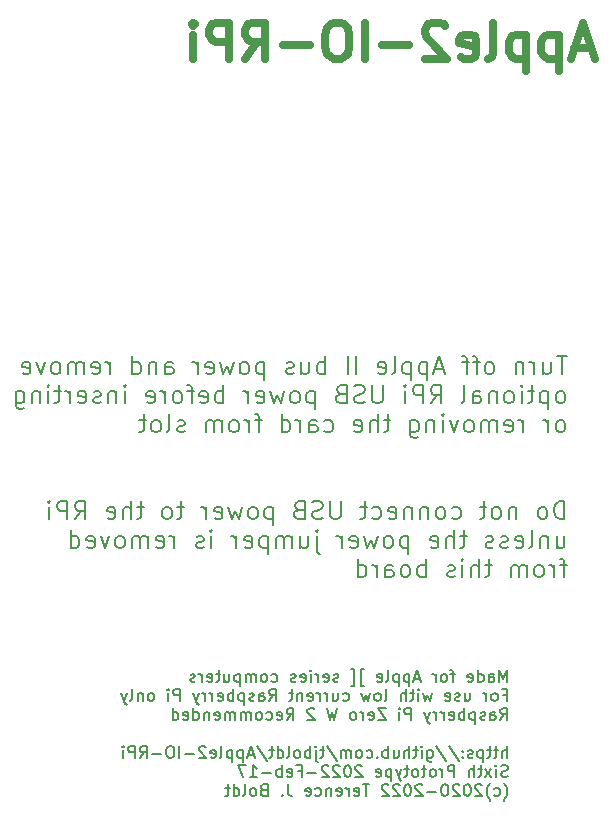
<source format=gbr>
G04 #@! TF.GenerationSoftware,KiCad,Pcbnew,(6.0.2-0)*
G04 #@! TF.CreationDate,2022-02-17T19:53:53-05:00*
G04 #@! TF.ProjectId,Apple2IORPi,4170706c-6532-4494-9f52-50692e6b6963,0.6*
G04 #@! TF.SameCoordinates,Original*
G04 #@! TF.FileFunction,Legend,Bot*
G04 #@! TF.FilePolarity,Positive*
%FSLAX46Y46*%
G04 Gerber Fmt 4.6, Leading zero omitted, Abs format (unit mm)*
G04 Created by KiCad (PCBNEW (6.0.2-0)) date 2022-02-17 19:53:53*
%MOMM*%
%LPD*%
G01*
G04 APERTURE LIST*
%ADD10C,0.635000*%
%ADD11C,0.203200*%
%ADD12C,0.150000*%
G04 APERTURE END LIST*
D10*
X190594342Y-46609000D02*
X189142914Y-46609000D01*
X190884628Y-47479857D02*
X189868628Y-44431857D01*
X188852628Y-47479857D01*
X187836628Y-45447857D02*
X187836628Y-48495857D01*
X187836628Y-45593000D02*
X187546342Y-45447857D01*
X186965771Y-45447857D01*
X186675485Y-45593000D01*
X186530342Y-45738142D01*
X186385200Y-46028428D01*
X186385200Y-46899285D01*
X186530342Y-47189571D01*
X186675485Y-47334714D01*
X186965771Y-47479857D01*
X187546342Y-47479857D01*
X187836628Y-47334714D01*
X185078914Y-45447857D02*
X185078914Y-48495857D01*
X185078914Y-45593000D02*
X184788628Y-45447857D01*
X184208057Y-45447857D01*
X183917771Y-45593000D01*
X183772628Y-45738142D01*
X183627485Y-46028428D01*
X183627485Y-46899285D01*
X183772628Y-47189571D01*
X183917771Y-47334714D01*
X184208057Y-47479857D01*
X184788628Y-47479857D01*
X185078914Y-47334714D01*
X181885771Y-47479857D02*
X182176057Y-47334714D01*
X182321200Y-47044428D01*
X182321200Y-44431857D01*
X179563485Y-47334714D02*
X179853771Y-47479857D01*
X180434342Y-47479857D01*
X180724628Y-47334714D01*
X180869771Y-47044428D01*
X180869771Y-45883285D01*
X180724628Y-45593000D01*
X180434342Y-45447857D01*
X179853771Y-45447857D01*
X179563485Y-45593000D01*
X179418342Y-45883285D01*
X179418342Y-46173571D01*
X180869771Y-46463857D01*
X178257200Y-44722142D02*
X178112057Y-44577000D01*
X177821771Y-44431857D01*
X177096057Y-44431857D01*
X176805771Y-44577000D01*
X176660628Y-44722142D01*
X176515485Y-45012428D01*
X176515485Y-45302714D01*
X176660628Y-45738142D01*
X178402342Y-47479857D01*
X176515485Y-47479857D01*
X175209200Y-46318714D02*
X172886914Y-46318714D01*
X171435485Y-47479857D02*
X171435485Y-44431857D01*
X169403485Y-44431857D02*
X168822914Y-44431857D01*
X168532628Y-44577000D01*
X168242342Y-44867285D01*
X168097200Y-45447857D01*
X168097200Y-46463857D01*
X168242342Y-47044428D01*
X168532628Y-47334714D01*
X168822914Y-47479857D01*
X169403485Y-47479857D01*
X169693771Y-47334714D01*
X169984057Y-47044428D01*
X170129200Y-46463857D01*
X170129200Y-45447857D01*
X169984057Y-44867285D01*
X169693771Y-44577000D01*
X169403485Y-44431857D01*
X166790914Y-46318714D02*
X164468628Y-46318714D01*
X161275485Y-47479857D02*
X162291485Y-46028428D01*
X163017200Y-47479857D02*
X163017200Y-44431857D01*
X161856057Y-44431857D01*
X161565771Y-44577000D01*
X161420628Y-44722142D01*
X161275485Y-45012428D01*
X161275485Y-45447857D01*
X161420628Y-45738142D01*
X161565771Y-45883285D01*
X161856057Y-46028428D01*
X163017200Y-46028428D01*
X159969200Y-47479857D02*
X159969200Y-44431857D01*
X158808057Y-44431857D01*
X158517771Y-44577000D01*
X158372628Y-44722142D01*
X158227485Y-45012428D01*
X158227485Y-45447857D01*
X158372628Y-45738142D01*
X158517771Y-45883285D01*
X158808057Y-46028428D01*
X159969200Y-46028428D01*
X156921200Y-47479857D02*
X156921200Y-45447857D01*
X156921200Y-44431857D02*
X157066342Y-44577000D01*
X156921200Y-44722142D01*
X156776057Y-44577000D01*
X156921200Y-44431857D01*
X156921200Y-44722142D01*
D11*
X188546377Y-72670488D02*
X187675520Y-72670488D01*
X188110948Y-74194488D02*
X188110948Y-72670488D01*
X186514377Y-73178488D02*
X186514377Y-74194488D01*
X187167520Y-73178488D02*
X187167520Y-73976774D01*
X187094948Y-74121917D01*
X186949805Y-74194488D01*
X186732091Y-74194488D01*
X186586948Y-74121917D01*
X186514377Y-74049345D01*
X185788662Y-74194488D02*
X185788662Y-73178488D01*
X185788662Y-73468774D02*
X185716091Y-73323631D01*
X185643520Y-73251060D01*
X185498377Y-73178488D01*
X185353234Y-73178488D01*
X184845234Y-73178488D02*
X184845234Y-74194488D01*
X184845234Y-73323631D02*
X184772662Y-73251060D01*
X184627520Y-73178488D01*
X184409805Y-73178488D01*
X184264662Y-73251060D01*
X184192091Y-73396202D01*
X184192091Y-74194488D01*
X182087520Y-74194488D02*
X182232662Y-74121917D01*
X182305234Y-74049345D01*
X182377805Y-73904202D01*
X182377805Y-73468774D01*
X182305234Y-73323631D01*
X182232662Y-73251060D01*
X182087520Y-73178488D01*
X181869805Y-73178488D01*
X181724662Y-73251060D01*
X181652091Y-73323631D01*
X181579520Y-73468774D01*
X181579520Y-73904202D01*
X181652091Y-74049345D01*
X181724662Y-74121917D01*
X181869805Y-74194488D01*
X182087520Y-74194488D01*
X181144091Y-73178488D02*
X180563520Y-73178488D01*
X180926377Y-74194488D02*
X180926377Y-72888202D01*
X180853805Y-72743060D01*
X180708662Y-72670488D01*
X180563520Y-72670488D01*
X180273234Y-73178488D02*
X179692662Y-73178488D01*
X180055520Y-74194488D02*
X180055520Y-72888202D01*
X179982948Y-72743060D01*
X179837805Y-72670488D01*
X179692662Y-72670488D01*
X178096091Y-73759060D02*
X177370377Y-73759060D01*
X178241234Y-74194488D02*
X177733234Y-72670488D01*
X177225234Y-74194488D01*
X176717234Y-73178488D02*
X176717234Y-74702488D01*
X176717234Y-73251060D02*
X176572091Y-73178488D01*
X176281805Y-73178488D01*
X176136662Y-73251060D01*
X176064091Y-73323631D01*
X175991520Y-73468774D01*
X175991520Y-73904202D01*
X176064091Y-74049345D01*
X176136662Y-74121917D01*
X176281805Y-74194488D01*
X176572091Y-74194488D01*
X176717234Y-74121917D01*
X175338377Y-73178488D02*
X175338377Y-74702488D01*
X175338377Y-73251060D02*
X175193234Y-73178488D01*
X174902948Y-73178488D01*
X174757805Y-73251060D01*
X174685234Y-73323631D01*
X174612662Y-73468774D01*
X174612662Y-73904202D01*
X174685234Y-74049345D01*
X174757805Y-74121917D01*
X174902948Y-74194488D01*
X175193234Y-74194488D01*
X175338377Y-74121917D01*
X173741805Y-74194488D02*
X173886948Y-74121917D01*
X173959520Y-73976774D01*
X173959520Y-72670488D01*
X172580662Y-74121917D02*
X172725805Y-74194488D01*
X173016091Y-74194488D01*
X173161234Y-74121917D01*
X173233805Y-73976774D01*
X173233805Y-73396202D01*
X173161234Y-73251060D01*
X173016091Y-73178488D01*
X172725805Y-73178488D01*
X172580662Y-73251060D01*
X172508091Y-73396202D01*
X172508091Y-73541345D01*
X173233805Y-73686488D01*
X170693805Y-74194488D02*
X170693805Y-72670488D01*
X169968091Y-74194488D02*
X169968091Y-72670488D01*
X168081234Y-74194488D02*
X168081234Y-72670488D01*
X168081234Y-73251060D02*
X167936091Y-73178488D01*
X167645805Y-73178488D01*
X167500662Y-73251060D01*
X167428091Y-73323631D01*
X167355520Y-73468774D01*
X167355520Y-73904202D01*
X167428091Y-74049345D01*
X167500662Y-74121917D01*
X167645805Y-74194488D01*
X167936091Y-74194488D01*
X168081234Y-74121917D01*
X166049234Y-73178488D02*
X166049234Y-74194488D01*
X166702377Y-73178488D02*
X166702377Y-73976774D01*
X166629805Y-74121917D01*
X166484662Y-74194488D01*
X166266948Y-74194488D01*
X166121805Y-74121917D01*
X166049234Y-74049345D01*
X165396091Y-74121917D02*
X165250948Y-74194488D01*
X164960662Y-74194488D01*
X164815520Y-74121917D01*
X164742948Y-73976774D01*
X164742948Y-73904202D01*
X164815520Y-73759060D01*
X164960662Y-73686488D01*
X165178377Y-73686488D01*
X165323520Y-73613917D01*
X165396091Y-73468774D01*
X165396091Y-73396202D01*
X165323520Y-73251060D01*
X165178377Y-73178488D01*
X164960662Y-73178488D01*
X164815520Y-73251060D01*
X162928662Y-73178488D02*
X162928662Y-74702488D01*
X162928662Y-73251060D02*
X162783520Y-73178488D01*
X162493234Y-73178488D01*
X162348091Y-73251060D01*
X162275520Y-73323631D01*
X162202948Y-73468774D01*
X162202948Y-73904202D01*
X162275520Y-74049345D01*
X162348091Y-74121917D01*
X162493234Y-74194488D01*
X162783520Y-74194488D01*
X162928662Y-74121917D01*
X161332091Y-74194488D02*
X161477234Y-74121917D01*
X161549805Y-74049345D01*
X161622377Y-73904202D01*
X161622377Y-73468774D01*
X161549805Y-73323631D01*
X161477234Y-73251060D01*
X161332091Y-73178488D01*
X161114377Y-73178488D01*
X160969234Y-73251060D01*
X160896662Y-73323631D01*
X160824091Y-73468774D01*
X160824091Y-73904202D01*
X160896662Y-74049345D01*
X160969234Y-74121917D01*
X161114377Y-74194488D01*
X161332091Y-74194488D01*
X160316091Y-73178488D02*
X160025805Y-74194488D01*
X159735520Y-73468774D01*
X159445234Y-74194488D01*
X159154948Y-73178488D01*
X157993805Y-74121917D02*
X158138948Y-74194488D01*
X158429234Y-74194488D01*
X158574377Y-74121917D01*
X158646948Y-73976774D01*
X158646948Y-73396202D01*
X158574377Y-73251060D01*
X158429234Y-73178488D01*
X158138948Y-73178488D01*
X157993805Y-73251060D01*
X157921234Y-73396202D01*
X157921234Y-73541345D01*
X158646948Y-73686488D01*
X157268091Y-74194488D02*
X157268091Y-73178488D01*
X157268091Y-73468774D02*
X157195520Y-73323631D01*
X157122948Y-73251060D01*
X156977805Y-73178488D01*
X156832662Y-73178488D01*
X154510377Y-74194488D02*
X154510377Y-73396202D01*
X154582948Y-73251060D01*
X154728091Y-73178488D01*
X155018377Y-73178488D01*
X155163520Y-73251060D01*
X154510377Y-74121917D02*
X154655520Y-74194488D01*
X155018377Y-74194488D01*
X155163520Y-74121917D01*
X155236091Y-73976774D01*
X155236091Y-73831631D01*
X155163520Y-73686488D01*
X155018377Y-73613917D01*
X154655520Y-73613917D01*
X154510377Y-73541345D01*
X153784662Y-73178488D02*
X153784662Y-74194488D01*
X153784662Y-73323631D02*
X153712091Y-73251060D01*
X153566948Y-73178488D01*
X153349234Y-73178488D01*
X153204091Y-73251060D01*
X153131520Y-73396202D01*
X153131520Y-74194488D01*
X151752662Y-74194488D02*
X151752662Y-72670488D01*
X151752662Y-74121917D02*
X151897805Y-74194488D01*
X152188091Y-74194488D01*
X152333234Y-74121917D01*
X152405805Y-74049345D01*
X152478377Y-73904202D01*
X152478377Y-73468774D01*
X152405805Y-73323631D01*
X152333234Y-73251060D01*
X152188091Y-73178488D01*
X151897805Y-73178488D01*
X151752662Y-73251060D01*
X149865805Y-74194488D02*
X149865805Y-73178488D01*
X149865805Y-73468774D02*
X149793234Y-73323631D01*
X149720662Y-73251060D01*
X149575520Y-73178488D01*
X149430377Y-73178488D01*
X148341805Y-74121917D02*
X148486948Y-74194488D01*
X148777234Y-74194488D01*
X148922377Y-74121917D01*
X148994948Y-73976774D01*
X148994948Y-73396202D01*
X148922377Y-73251060D01*
X148777234Y-73178488D01*
X148486948Y-73178488D01*
X148341805Y-73251060D01*
X148269234Y-73396202D01*
X148269234Y-73541345D01*
X148994948Y-73686488D01*
X147616091Y-74194488D02*
X147616091Y-73178488D01*
X147616091Y-73323631D02*
X147543520Y-73251060D01*
X147398377Y-73178488D01*
X147180662Y-73178488D01*
X147035520Y-73251060D01*
X146962948Y-73396202D01*
X146962948Y-74194488D01*
X146962948Y-73396202D02*
X146890377Y-73251060D01*
X146745234Y-73178488D01*
X146527520Y-73178488D01*
X146382377Y-73251060D01*
X146309805Y-73396202D01*
X146309805Y-74194488D01*
X145366377Y-74194488D02*
X145511520Y-74121917D01*
X145584091Y-74049345D01*
X145656662Y-73904202D01*
X145656662Y-73468774D01*
X145584091Y-73323631D01*
X145511520Y-73251060D01*
X145366377Y-73178488D01*
X145148662Y-73178488D01*
X145003520Y-73251060D01*
X144930948Y-73323631D01*
X144858377Y-73468774D01*
X144858377Y-73904202D01*
X144930948Y-74049345D01*
X145003520Y-74121917D01*
X145148662Y-74194488D01*
X145366377Y-74194488D01*
X144350377Y-73178488D02*
X143987520Y-74194488D01*
X143624662Y-73178488D01*
X142463520Y-74121917D02*
X142608662Y-74194488D01*
X142898948Y-74194488D01*
X143044091Y-74121917D01*
X143116662Y-73976774D01*
X143116662Y-73396202D01*
X143044091Y-73251060D01*
X142898948Y-73178488D01*
X142608662Y-73178488D01*
X142463520Y-73251060D01*
X142390948Y-73396202D01*
X142390948Y-73541345D01*
X143116662Y-73686488D01*
X188110948Y-76648128D02*
X188256091Y-76575557D01*
X188328662Y-76502985D01*
X188401234Y-76357842D01*
X188401234Y-75922414D01*
X188328662Y-75777271D01*
X188256091Y-75704700D01*
X188110948Y-75632128D01*
X187893234Y-75632128D01*
X187748091Y-75704700D01*
X187675520Y-75777271D01*
X187602948Y-75922414D01*
X187602948Y-76357842D01*
X187675520Y-76502985D01*
X187748091Y-76575557D01*
X187893234Y-76648128D01*
X188110948Y-76648128D01*
X186949805Y-75632128D02*
X186949805Y-77156128D01*
X186949805Y-75704700D02*
X186804662Y-75632128D01*
X186514377Y-75632128D01*
X186369234Y-75704700D01*
X186296662Y-75777271D01*
X186224091Y-75922414D01*
X186224091Y-76357842D01*
X186296662Y-76502985D01*
X186369234Y-76575557D01*
X186514377Y-76648128D01*
X186804662Y-76648128D01*
X186949805Y-76575557D01*
X185788662Y-75632128D02*
X185208091Y-75632128D01*
X185570948Y-75124128D02*
X185570948Y-76430414D01*
X185498377Y-76575557D01*
X185353234Y-76648128D01*
X185208091Y-76648128D01*
X184700091Y-76648128D02*
X184700091Y-75632128D01*
X184700091Y-75124128D02*
X184772662Y-75196700D01*
X184700091Y-75269271D01*
X184627520Y-75196700D01*
X184700091Y-75124128D01*
X184700091Y-75269271D01*
X183756662Y-76648128D02*
X183901805Y-76575557D01*
X183974377Y-76502985D01*
X184046948Y-76357842D01*
X184046948Y-75922414D01*
X183974377Y-75777271D01*
X183901805Y-75704700D01*
X183756662Y-75632128D01*
X183538948Y-75632128D01*
X183393805Y-75704700D01*
X183321234Y-75777271D01*
X183248662Y-75922414D01*
X183248662Y-76357842D01*
X183321234Y-76502985D01*
X183393805Y-76575557D01*
X183538948Y-76648128D01*
X183756662Y-76648128D01*
X182595520Y-75632128D02*
X182595520Y-76648128D01*
X182595520Y-75777271D02*
X182522948Y-75704700D01*
X182377805Y-75632128D01*
X182160091Y-75632128D01*
X182014948Y-75704700D01*
X181942377Y-75849842D01*
X181942377Y-76648128D01*
X180563520Y-76648128D02*
X180563520Y-75849842D01*
X180636091Y-75704700D01*
X180781234Y-75632128D01*
X181071520Y-75632128D01*
X181216662Y-75704700D01*
X180563520Y-76575557D02*
X180708662Y-76648128D01*
X181071520Y-76648128D01*
X181216662Y-76575557D01*
X181289234Y-76430414D01*
X181289234Y-76285271D01*
X181216662Y-76140128D01*
X181071520Y-76067557D01*
X180708662Y-76067557D01*
X180563520Y-75994985D01*
X179620091Y-76648128D02*
X179765234Y-76575557D01*
X179837805Y-76430414D01*
X179837805Y-75124128D01*
X177007520Y-76648128D02*
X177515520Y-75922414D01*
X177878377Y-76648128D02*
X177878377Y-75124128D01*
X177297805Y-75124128D01*
X177152662Y-75196700D01*
X177080091Y-75269271D01*
X177007520Y-75414414D01*
X177007520Y-75632128D01*
X177080091Y-75777271D01*
X177152662Y-75849842D01*
X177297805Y-75922414D01*
X177878377Y-75922414D01*
X176354377Y-76648128D02*
X176354377Y-75124128D01*
X175773805Y-75124128D01*
X175628662Y-75196700D01*
X175556091Y-75269271D01*
X175483520Y-75414414D01*
X175483520Y-75632128D01*
X175556091Y-75777271D01*
X175628662Y-75849842D01*
X175773805Y-75922414D01*
X176354377Y-75922414D01*
X174830377Y-76648128D02*
X174830377Y-75632128D01*
X174830377Y-75124128D02*
X174902948Y-75196700D01*
X174830377Y-75269271D01*
X174757805Y-75196700D01*
X174830377Y-75124128D01*
X174830377Y-75269271D01*
X172943520Y-75124128D02*
X172943520Y-76357842D01*
X172870948Y-76502985D01*
X172798377Y-76575557D01*
X172653234Y-76648128D01*
X172362948Y-76648128D01*
X172217805Y-76575557D01*
X172145234Y-76502985D01*
X172072662Y-76357842D01*
X172072662Y-75124128D01*
X171419520Y-76575557D02*
X171201805Y-76648128D01*
X170838948Y-76648128D01*
X170693805Y-76575557D01*
X170621234Y-76502985D01*
X170548662Y-76357842D01*
X170548662Y-76212700D01*
X170621234Y-76067557D01*
X170693805Y-75994985D01*
X170838948Y-75922414D01*
X171129234Y-75849842D01*
X171274377Y-75777271D01*
X171346948Y-75704700D01*
X171419520Y-75559557D01*
X171419520Y-75414414D01*
X171346948Y-75269271D01*
X171274377Y-75196700D01*
X171129234Y-75124128D01*
X170766377Y-75124128D01*
X170548662Y-75196700D01*
X169387520Y-75849842D02*
X169169805Y-75922414D01*
X169097234Y-75994985D01*
X169024662Y-76140128D01*
X169024662Y-76357842D01*
X169097234Y-76502985D01*
X169169805Y-76575557D01*
X169314948Y-76648128D01*
X169895520Y-76648128D01*
X169895520Y-75124128D01*
X169387520Y-75124128D01*
X169242377Y-75196700D01*
X169169805Y-75269271D01*
X169097234Y-75414414D01*
X169097234Y-75559557D01*
X169169805Y-75704700D01*
X169242377Y-75777271D01*
X169387520Y-75849842D01*
X169895520Y-75849842D01*
X167210377Y-75632128D02*
X167210377Y-77156128D01*
X167210377Y-75704700D02*
X167065234Y-75632128D01*
X166774948Y-75632128D01*
X166629805Y-75704700D01*
X166557234Y-75777271D01*
X166484662Y-75922414D01*
X166484662Y-76357842D01*
X166557234Y-76502985D01*
X166629805Y-76575557D01*
X166774948Y-76648128D01*
X167065234Y-76648128D01*
X167210377Y-76575557D01*
X165613805Y-76648128D02*
X165758948Y-76575557D01*
X165831520Y-76502985D01*
X165904091Y-76357842D01*
X165904091Y-75922414D01*
X165831520Y-75777271D01*
X165758948Y-75704700D01*
X165613805Y-75632128D01*
X165396091Y-75632128D01*
X165250948Y-75704700D01*
X165178377Y-75777271D01*
X165105805Y-75922414D01*
X165105805Y-76357842D01*
X165178377Y-76502985D01*
X165250948Y-76575557D01*
X165396091Y-76648128D01*
X165613805Y-76648128D01*
X164597805Y-75632128D02*
X164307520Y-76648128D01*
X164017234Y-75922414D01*
X163726948Y-76648128D01*
X163436662Y-75632128D01*
X162275520Y-76575557D02*
X162420662Y-76648128D01*
X162710948Y-76648128D01*
X162856091Y-76575557D01*
X162928662Y-76430414D01*
X162928662Y-75849842D01*
X162856091Y-75704700D01*
X162710948Y-75632128D01*
X162420662Y-75632128D01*
X162275520Y-75704700D01*
X162202948Y-75849842D01*
X162202948Y-75994985D01*
X162928662Y-76140128D01*
X161549805Y-76648128D02*
X161549805Y-75632128D01*
X161549805Y-75922414D02*
X161477234Y-75777271D01*
X161404662Y-75704700D01*
X161259520Y-75632128D01*
X161114377Y-75632128D01*
X159445234Y-76648128D02*
X159445234Y-75124128D01*
X159445234Y-75704700D02*
X159300091Y-75632128D01*
X159009805Y-75632128D01*
X158864662Y-75704700D01*
X158792091Y-75777271D01*
X158719520Y-75922414D01*
X158719520Y-76357842D01*
X158792091Y-76502985D01*
X158864662Y-76575557D01*
X159009805Y-76648128D01*
X159300091Y-76648128D01*
X159445234Y-76575557D01*
X157485805Y-76575557D02*
X157630948Y-76648128D01*
X157921234Y-76648128D01*
X158066377Y-76575557D01*
X158138948Y-76430414D01*
X158138948Y-75849842D01*
X158066377Y-75704700D01*
X157921234Y-75632128D01*
X157630948Y-75632128D01*
X157485805Y-75704700D01*
X157413234Y-75849842D01*
X157413234Y-75994985D01*
X158138948Y-76140128D01*
X156977805Y-75632128D02*
X156397234Y-75632128D01*
X156760091Y-76648128D02*
X156760091Y-75341842D01*
X156687520Y-75196700D01*
X156542377Y-75124128D01*
X156397234Y-75124128D01*
X155671520Y-76648128D02*
X155816662Y-76575557D01*
X155889234Y-76502985D01*
X155961805Y-76357842D01*
X155961805Y-75922414D01*
X155889234Y-75777271D01*
X155816662Y-75704700D01*
X155671520Y-75632128D01*
X155453805Y-75632128D01*
X155308662Y-75704700D01*
X155236091Y-75777271D01*
X155163520Y-75922414D01*
X155163520Y-76357842D01*
X155236091Y-76502985D01*
X155308662Y-76575557D01*
X155453805Y-76648128D01*
X155671520Y-76648128D01*
X154510377Y-76648128D02*
X154510377Y-75632128D01*
X154510377Y-75922414D02*
X154437805Y-75777271D01*
X154365234Y-75704700D01*
X154220091Y-75632128D01*
X154074948Y-75632128D01*
X152986377Y-76575557D02*
X153131520Y-76648128D01*
X153421805Y-76648128D01*
X153566948Y-76575557D01*
X153639520Y-76430414D01*
X153639520Y-75849842D01*
X153566948Y-75704700D01*
X153421805Y-75632128D01*
X153131520Y-75632128D01*
X152986377Y-75704700D01*
X152913805Y-75849842D01*
X152913805Y-75994985D01*
X153639520Y-76140128D01*
X151099520Y-76648128D02*
X151099520Y-75632128D01*
X151099520Y-75124128D02*
X151172091Y-75196700D01*
X151099520Y-75269271D01*
X151026948Y-75196700D01*
X151099520Y-75124128D01*
X151099520Y-75269271D01*
X150373805Y-75632128D02*
X150373805Y-76648128D01*
X150373805Y-75777271D02*
X150301234Y-75704700D01*
X150156091Y-75632128D01*
X149938377Y-75632128D01*
X149793234Y-75704700D01*
X149720662Y-75849842D01*
X149720662Y-76648128D01*
X149067520Y-76575557D02*
X148922377Y-76648128D01*
X148632091Y-76648128D01*
X148486948Y-76575557D01*
X148414377Y-76430414D01*
X148414377Y-76357842D01*
X148486948Y-76212700D01*
X148632091Y-76140128D01*
X148849805Y-76140128D01*
X148994948Y-76067557D01*
X149067520Y-75922414D01*
X149067520Y-75849842D01*
X148994948Y-75704700D01*
X148849805Y-75632128D01*
X148632091Y-75632128D01*
X148486948Y-75704700D01*
X147180662Y-76575557D02*
X147325805Y-76648128D01*
X147616091Y-76648128D01*
X147761234Y-76575557D01*
X147833805Y-76430414D01*
X147833805Y-75849842D01*
X147761234Y-75704700D01*
X147616091Y-75632128D01*
X147325805Y-75632128D01*
X147180662Y-75704700D01*
X147108091Y-75849842D01*
X147108091Y-75994985D01*
X147833805Y-76140128D01*
X146454948Y-76648128D02*
X146454948Y-75632128D01*
X146454948Y-75922414D02*
X146382377Y-75777271D01*
X146309805Y-75704700D01*
X146164662Y-75632128D01*
X146019520Y-75632128D01*
X145729234Y-75632128D02*
X145148662Y-75632128D01*
X145511520Y-75124128D02*
X145511520Y-76430414D01*
X145438948Y-76575557D01*
X145293805Y-76648128D01*
X145148662Y-76648128D01*
X144640662Y-76648128D02*
X144640662Y-75632128D01*
X144640662Y-75124128D02*
X144713234Y-75196700D01*
X144640662Y-75269271D01*
X144568091Y-75196700D01*
X144640662Y-75124128D01*
X144640662Y-75269271D01*
X143914948Y-75632128D02*
X143914948Y-76648128D01*
X143914948Y-75777271D02*
X143842377Y-75704700D01*
X143697234Y-75632128D01*
X143479520Y-75632128D01*
X143334377Y-75704700D01*
X143261805Y-75849842D01*
X143261805Y-76648128D01*
X141882948Y-75632128D02*
X141882948Y-76865842D01*
X141955520Y-77010985D01*
X142028091Y-77083557D01*
X142173234Y-77156128D01*
X142390948Y-77156128D01*
X142536091Y-77083557D01*
X141882948Y-76575557D02*
X142028091Y-76648128D01*
X142318377Y-76648128D01*
X142463520Y-76575557D01*
X142536091Y-76502985D01*
X142608662Y-76357842D01*
X142608662Y-75922414D01*
X142536091Y-75777271D01*
X142463520Y-75704700D01*
X142318377Y-75632128D01*
X142028091Y-75632128D01*
X141882948Y-75704700D01*
X188110948Y-79101768D02*
X188256091Y-79029197D01*
X188328662Y-78956625D01*
X188401234Y-78811482D01*
X188401234Y-78376054D01*
X188328662Y-78230911D01*
X188256091Y-78158340D01*
X188110948Y-78085768D01*
X187893234Y-78085768D01*
X187748091Y-78158340D01*
X187675520Y-78230911D01*
X187602948Y-78376054D01*
X187602948Y-78811482D01*
X187675520Y-78956625D01*
X187748091Y-79029197D01*
X187893234Y-79101768D01*
X188110948Y-79101768D01*
X186949805Y-79101768D02*
X186949805Y-78085768D01*
X186949805Y-78376054D02*
X186877234Y-78230911D01*
X186804662Y-78158340D01*
X186659520Y-78085768D01*
X186514377Y-78085768D01*
X184845234Y-79101768D02*
X184845234Y-78085768D01*
X184845234Y-78376054D02*
X184772662Y-78230911D01*
X184700091Y-78158340D01*
X184554948Y-78085768D01*
X184409805Y-78085768D01*
X183321234Y-79029197D02*
X183466377Y-79101768D01*
X183756662Y-79101768D01*
X183901805Y-79029197D01*
X183974377Y-78884054D01*
X183974377Y-78303482D01*
X183901805Y-78158340D01*
X183756662Y-78085768D01*
X183466377Y-78085768D01*
X183321234Y-78158340D01*
X183248662Y-78303482D01*
X183248662Y-78448625D01*
X183974377Y-78593768D01*
X182595520Y-79101768D02*
X182595520Y-78085768D01*
X182595520Y-78230911D02*
X182522948Y-78158340D01*
X182377805Y-78085768D01*
X182160091Y-78085768D01*
X182014948Y-78158340D01*
X181942377Y-78303482D01*
X181942377Y-79101768D01*
X181942377Y-78303482D02*
X181869805Y-78158340D01*
X181724662Y-78085768D01*
X181506948Y-78085768D01*
X181361805Y-78158340D01*
X181289234Y-78303482D01*
X181289234Y-79101768D01*
X180345805Y-79101768D02*
X180490948Y-79029197D01*
X180563520Y-78956625D01*
X180636091Y-78811482D01*
X180636091Y-78376054D01*
X180563520Y-78230911D01*
X180490948Y-78158340D01*
X180345805Y-78085768D01*
X180128091Y-78085768D01*
X179982948Y-78158340D01*
X179910377Y-78230911D01*
X179837805Y-78376054D01*
X179837805Y-78811482D01*
X179910377Y-78956625D01*
X179982948Y-79029197D01*
X180128091Y-79101768D01*
X180345805Y-79101768D01*
X179329805Y-78085768D02*
X178966948Y-79101768D01*
X178604091Y-78085768D01*
X178023520Y-79101768D02*
X178023520Y-78085768D01*
X178023520Y-77577768D02*
X178096091Y-77650340D01*
X178023520Y-77722911D01*
X177950948Y-77650340D01*
X178023520Y-77577768D01*
X178023520Y-77722911D01*
X177297805Y-78085768D02*
X177297805Y-79101768D01*
X177297805Y-78230911D02*
X177225234Y-78158340D01*
X177080091Y-78085768D01*
X176862377Y-78085768D01*
X176717234Y-78158340D01*
X176644662Y-78303482D01*
X176644662Y-79101768D01*
X175265805Y-78085768D02*
X175265805Y-79319482D01*
X175338377Y-79464625D01*
X175410948Y-79537197D01*
X175556091Y-79609768D01*
X175773805Y-79609768D01*
X175918948Y-79537197D01*
X175265805Y-79029197D02*
X175410948Y-79101768D01*
X175701234Y-79101768D01*
X175846377Y-79029197D01*
X175918948Y-78956625D01*
X175991520Y-78811482D01*
X175991520Y-78376054D01*
X175918948Y-78230911D01*
X175846377Y-78158340D01*
X175701234Y-78085768D01*
X175410948Y-78085768D01*
X175265805Y-78158340D01*
X173596662Y-78085768D02*
X173016091Y-78085768D01*
X173378948Y-77577768D02*
X173378948Y-78884054D01*
X173306377Y-79029197D01*
X173161234Y-79101768D01*
X173016091Y-79101768D01*
X172508091Y-79101768D02*
X172508091Y-77577768D01*
X171854948Y-79101768D02*
X171854948Y-78303482D01*
X171927520Y-78158340D01*
X172072662Y-78085768D01*
X172290377Y-78085768D01*
X172435520Y-78158340D01*
X172508091Y-78230911D01*
X170548662Y-79029197D02*
X170693805Y-79101768D01*
X170984091Y-79101768D01*
X171129234Y-79029197D01*
X171201805Y-78884054D01*
X171201805Y-78303482D01*
X171129234Y-78158340D01*
X170984091Y-78085768D01*
X170693805Y-78085768D01*
X170548662Y-78158340D01*
X170476091Y-78303482D01*
X170476091Y-78448625D01*
X171201805Y-78593768D01*
X168008662Y-79029197D02*
X168153805Y-79101768D01*
X168444091Y-79101768D01*
X168589234Y-79029197D01*
X168661805Y-78956625D01*
X168734377Y-78811482D01*
X168734377Y-78376054D01*
X168661805Y-78230911D01*
X168589234Y-78158340D01*
X168444091Y-78085768D01*
X168153805Y-78085768D01*
X168008662Y-78158340D01*
X166702377Y-79101768D02*
X166702377Y-78303482D01*
X166774948Y-78158340D01*
X166920091Y-78085768D01*
X167210377Y-78085768D01*
X167355520Y-78158340D01*
X166702377Y-79029197D02*
X166847520Y-79101768D01*
X167210377Y-79101768D01*
X167355520Y-79029197D01*
X167428091Y-78884054D01*
X167428091Y-78738911D01*
X167355520Y-78593768D01*
X167210377Y-78521197D01*
X166847520Y-78521197D01*
X166702377Y-78448625D01*
X165976662Y-79101768D02*
X165976662Y-78085768D01*
X165976662Y-78376054D02*
X165904091Y-78230911D01*
X165831520Y-78158340D01*
X165686377Y-78085768D01*
X165541234Y-78085768D01*
X164380091Y-79101768D02*
X164380091Y-77577768D01*
X164380091Y-79029197D02*
X164525234Y-79101768D01*
X164815520Y-79101768D01*
X164960662Y-79029197D01*
X165033234Y-78956625D01*
X165105805Y-78811482D01*
X165105805Y-78376054D01*
X165033234Y-78230911D01*
X164960662Y-78158340D01*
X164815520Y-78085768D01*
X164525234Y-78085768D01*
X164380091Y-78158340D01*
X162710948Y-78085768D02*
X162130377Y-78085768D01*
X162493234Y-79101768D02*
X162493234Y-77795482D01*
X162420662Y-77650340D01*
X162275520Y-77577768D01*
X162130377Y-77577768D01*
X161622377Y-79101768D02*
X161622377Y-78085768D01*
X161622377Y-78376054D02*
X161549805Y-78230911D01*
X161477234Y-78158340D01*
X161332091Y-78085768D01*
X161186948Y-78085768D01*
X160461234Y-79101768D02*
X160606377Y-79029197D01*
X160678948Y-78956625D01*
X160751520Y-78811482D01*
X160751520Y-78376054D01*
X160678948Y-78230911D01*
X160606377Y-78158340D01*
X160461234Y-78085768D01*
X160243520Y-78085768D01*
X160098377Y-78158340D01*
X160025805Y-78230911D01*
X159953234Y-78376054D01*
X159953234Y-78811482D01*
X160025805Y-78956625D01*
X160098377Y-79029197D01*
X160243520Y-79101768D01*
X160461234Y-79101768D01*
X159300091Y-79101768D02*
X159300091Y-78085768D01*
X159300091Y-78230911D02*
X159227520Y-78158340D01*
X159082377Y-78085768D01*
X158864662Y-78085768D01*
X158719520Y-78158340D01*
X158646948Y-78303482D01*
X158646948Y-79101768D01*
X158646948Y-78303482D02*
X158574377Y-78158340D01*
X158429234Y-78085768D01*
X158211520Y-78085768D01*
X158066377Y-78158340D01*
X157993805Y-78303482D01*
X157993805Y-79101768D01*
X156179520Y-79029197D02*
X156034377Y-79101768D01*
X155744091Y-79101768D01*
X155598948Y-79029197D01*
X155526377Y-78884054D01*
X155526377Y-78811482D01*
X155598948Y-78666340D01*
X155744091Y-78593768D01*
X155961805Y-78593768D01*
X156106948Y-78521197D01*
X156179520Y-78376054D01*
X156179520Y-78303482D01*
X156106948Y-78158340D01*
X155961805Y-78085768D01*
X155744091Y-78085768D01*
X155598948Y-78158340D01*
X154655520Y-79101768D02*
X154800662Y-79029197D01*
X154873234Y-78884054D01*
X154873234Y-77577768D01*
X153857234Y-79101768D02*
X154002377Y-79029197D01*
X154074948Y-78956625D01*
X154147520Y-78811482D01*
X154147520Y-78376054D01*
X154074948Y-78230911D01*
X154002377Y-78158340D01*
X153857234Y-78085768D01*
X153639520Y-78085768D01*
X153494377Y-78158340D01*
X153421805Y-78230911D01*
X153349234Y-78376054D01*
X153349234Y-78811482D01*
X153421805Y-78956625D01*
X153494377Y-79029197D01*
X153639520Y-79101768D01*
X153857234Y-79101768D01*
X152913805Y-78085768D02*
X152333234Y-78085768D01*
X152696091Y-77577768D02*
X152696091Y-78884054D01*
X152623520Y-79029197D01*
X152478377Y-79101768D01*
X152333234Y-79101768D01*
X188328662Y-86462688D02*
X188328662Y-84938688D01*
X187965805Y-84938688D01*
X187748091Y-85011260D01*
X187602948Y-85156402D01*
X187530377Y-85301545D01*
X187457805Y-85591831D01*
X187457805Y-85809545D01*
X187530377Y-86099831D01*
X187602948Y-86244974D01*
X187748091Y-86390117D01*
X187965805Y-86462688D01*
X188328662Y-86462688D01*
X186586948Y-86462688D02*
X186732091Y-86390117D01*
X186804662Y-86317545D01*
X186877234Y-86172402D01*
X186877234Y-85736974D01*
X186804662Y-85591831D01*
X186732091Y-85519260D01*
X186586948Y-85446688D01*
X186369234Y-85446688D01*
X186224091Y-85519260D01*
X186151520Y-85591831D01*
X186078948Y-85736974D01*
X186078948Y-86172402D01*
X186151520Y-86317545D01*
X186224091Y-86390117D01*
X186369234Y-86462688D01*
X186586948Y-86462688D01*
X184264662Y-85446688D02*
X184264662Y-86462688D01*
X184264662Y-85591831D02*
X184192091Y-85519260D01*
X184046948Y-85446688D01*
X183829234Y-85446688D01*
X183684091Y-85519260D01*
X183611520Y-85664402D01*
X183611520Y-86462688D01*
X182668091Y-86462688D02*
X182813234Y-86390117D01*
X182885805Y-86317545D01*
X182958377Y-86172402D01*
X182958377Y-85736974D01*
X182885805Y-85591831D01*
X182813234Y-85519260D01*
X182668091Y-85446688D01*
X182450377Y-85446688D01*
X182305234Y-85519260D01*
X182232662Y-85591831D01*
X182160091Y-85736974D01*
X182160091Y-86172402D01*
X182232662Y-86317545D01*
X182305234Y-86390117D01*
X182450377Y-86462688D01*
X182668091Y-86462688D01*
X181724662Y-85446688D02*
X181144091Y-85446688D01*
X181506948Y-84938688D02*
X181506948Y-86244974D01*
X181434377Y-86390117D01*
X181289234Y-86462688D01*
X181144091Y-86462688D01*
X178821805Y-86390117D02*
X178966948Y-86462688D01*
X179257234Y-86462688D01*
X179402377Y-86390117D01*
X179474948Y-86317545D01*
X179547520Y-86172402D01*
X179547520Y-85736974D01*
X179474948Y-85591831D01*
X179402377Y-85519260D01*
X179257234Y-85446688D01*
X178966948Y-85446688D01*
X178821805Y-85519260D01*
X177950948Y-86462688D02*
X178096091Y-86390117D01*
X178168662Y-86317545D01*
X178241234Y-86172402D01*
X178241234Y-85736974D01*
X178168662Y-85591831D01*
X178096091Y-85519260D01*
X177950948Y-85446688D01*
X177733234Y-85446688D01*
X177588091Y-85519260D01*
X177515520Y-85591831D01*
X177442948Y-85736974D01*
X177442948Y-86172402D01*
X177515520Y-86317545D01*
X177588091Y-86390117D01*
X177733234Y-86462688D01*
X177950948Y-86462688D01*
X176789805Y-85446688D02*
X176789805Y-86462688D01*
X176789805Y-85591831D02*
X176717234Y-85519260D01*
X176572091Y-85446688D01*
X176354377Y-85446688D01*
X176209234Y-85519260D01*
X176136662Y-85664402D01*
X176136662Y-86462688D01*
X175410948Y-85446688D02*
X175410948Y-86462688D01*
X175410948Y-85591831D02*
X175338377Y-85519260D01*
X175193234Y-85446688D01*
X174975520Y-85446688D01*
X174830377Y-85519260D01*
X174757805Y-85664402D01*
X174757805Y-86462688D01*
X173451520Y-86390117D02*
X173596662Y-86462688D01*
X173886948Y-86462688D01*
X174032091Y-86390117D01*
X174104662Y-86244974D01*
X174104662Y-85664402D01*
X174032091Y-85519260D01*
X173886948Y-85446688D01*
X173596662Y-85446688D01*
X173451520Y-85519260D01*
X173378948Y-85664402D01*
X173378948Y-85809545D01*
X174104662Y-85954688D01*
X172072662Y-86390117D02*
X172217805Y-86462688D01*
X172508091Y-86462688D01*
X172653234Y-86390117D01*
X172725805Y-86317545D01*
X172798377Y-86172402D01*
X172798377Y-85736974D01*
X172725805Y-85591831D01*
X172653234Y-85519260D01*
X172508091Y-85446688D01*
X172217805Y-85446688D01*
X172072662Y-85519260D01*
X171637234Y-85446688D02*
X171056662Y-85446688D01*
X171419520Y-84938688D02*
X171419520Y-86244974D01*
X171346948Y-86390117D01*
X171201805Y-86462688D01*
X171056662Y-86462688D01*
X169387520Y-84938688D02*
X169387520Y-86172402D01*
X169314948Y-86317545D01*
X169242377Y-86390117D01*
X169097234Y-86462688D01*
X168806948Y-86462688D01*
X168661805Y-86390117D01*
X168589234Y-86317545D01*
X168516662Y-86172402D01*
X168516662Y-84938688D01*
X167863520Y-86390117D02*
X167645805Y-86462688D01*
X167282948Y-86462688D01*
X167137805Y-86390117D01*
X167065234Y-86317545D01*
X166992662Y-86172402D01*
X166992662Y-86027260D01*
X167065234Y-85882117D01*
X167137805Y-85809545D01*
X167282948Y-85736974D01*
X167573234Y-85664402D01*
X167718377Y-85591831D01*
X167790948Y-85519260D01*
X167863520Y-85374117D01*
X167863520Y-85228974D01*
X167790948Y-85083831D01*
X167718377Y-85011260D01*
X167573234Y-84938688D01*
X167210377Y-84938688D01*
X166992662Y-85011260D01*
X165831520Y-85664402D02*
X165613805Y-85736974D01*
X165541234Y-85809545D01*
X165468662Y-85954688D01*
X165468662Y-86172402D01*
X165541234Y-86317545D01*
X165613805Y-86390117D01*
X165758948Y-86462688D01*
X166339520Y-86462688D01*
X166339520Y-84938688D01*
X165831520Y-84938688D01*
X165686377Y-85011260D01*
X165613805Y-85083831D01*
X165541234Y-85228974D01*
X165541234Y-85374117D01*
X165613805Y-85519260D01*
X165686377Y-85591831D01*
X165831520Y-85664402D01*
X166339520Y-85664402D01*
X163654377Y-85446688D02*
X163654377Y-86970688D01*
X163654377Y-85519260D02*
X163509234Y-85446688D01*
X163218948Y-85446688D01*
X163073805Y-85519260D01*
X163001234Y-85591831D01*
X162928662Y-85736974D01*
X162928662Y-86172402D01*
X163001234Y-86317545D01*
X163073805Y-86390117D01*
X163218948Y-86462688D01*
X163509234Y-86462688D01*
X163654377Y-86390117D01*
X162057805Y-86462688D02*
X162202948Y-86390117D01*
X162275520Y-86317545D01*
X162348091Y-86172402D01*
X162348091Y-85736974D01*
X162275520Y-85591831D01*
X162202948Y-85519260D01*
X162057805Y-85446688D01*
X161840091Y-85446688D01*
X161694948Y-85519260D01*
X161622377Y-85591831D01*
X161549805Y-85736974D01*
X161549805Y-86172402D01*
X161622377Y-86317545D01*
X161694948Y-86390117D01*
X161840091Y-86462688D01*
X162057805Y-86462688D01*
X161041805Y-85446688D02*
X160751520Y-86462688D01*
X160461234Y-85736974D01*
X160170948Y-86462688D01*
X159880662Y-85446688D01*
X158719520Y-86390117D02*
X158864662Y-86462688D01*
X159154948Y-86462688D01*
X159300091Y-86390117D01*
X159372662Y-86244974D01*
X159372662Y-85664402D01*
X159300091Y-85519260D01*
X159154948Y-85446688D01*
X158864662Y-85446688D01*
X158719520Y-85519260D01*
X158646948Y-85664402D01*
X158646948Y-85809545D01*
X159372662Y-85954688D01*
X157993805Y-86462688D02*
X157993805Y-85446688D01*
X157993805Y-85736974D02*
X157921234Y-85591831D01*
X157848662Y-85519260D01*
X157703520Y-85446688D01*
X157558377Y-85446688D01*
X156106948Y-85446688D02*
X155526377Y-85446688D01*
X155889234Y-84938688D02*
X155889234Y-86244974D01*
X155816662Y-86390117D01*
X155671520Y-86462688D01*
X155526377Y-86462688D01*
X154800662Y-86462688D02*
X154945805Y-86390117D01*
X155018377Y-86317545D01*
X155090948Y-86172402D01*
X155090948Y-85736974D01*
X155018377Y-85591831D01*
X154945805Y-85519260D01*
X154800662Y-85446688D01*
X154582948Y-85446688D01*
X154437805Y-85519260D01*
X154365234Y-85591831D01*
X154292662Y-85736974D01*
X154292662Y-86172402D01*
X154365234Y-86317545D01*
X154437805Y-86390117D01*
X154582948Y-86462688D01*
X154800662Y-86462688D01*
X152696091Y-85446688D02*
X152115520Y-85446688D01*
X152478377Y-84938688D02*
X152478377Y-86244974D01*
X152405805Y-86390117D01*
X152260662Y-86462688D01*
X152115520Y-86462688D01*
X151607520Y-86462688D02*
X151607520Y-84938688D01*
X150954377Y-86462688D02*
X150954377Y-85664402D01*
X151026948Y-85519260D01*
X151172091Y-85446688D01*
X151389805Y-85446688D01*
X151534948Y-85519260D01*
X151607520Y-85591831D01*
X149648091Y-86390117D02*
X149793234Y-86462688D01*
X150083520Y-86462688D01*
X150228662Y-86390117D01*
X150301234Y-86244974D01*
X150301234Y-85664402D01*
X150228662Y-85519260D01*
X150083520Y-85446688D01*
X149793234Y-85446688D01*
X149648091Y-85519260D01*
X149575520Y-85664402D01*
X149575520Y-85809545D01*
X150301234Y-85954688D01*
X146890377Y-86462688D02*
X147398377Y-85736974D01*
X147761234Y-86462688D02*
X147761234Y-84938688D01*
X147180662Y-84938688D01*
X147035520Y-85011260D01*
X146962948Y-85083831D01*
X146890377Y-85228974D01*
X146890377Y-85446688D01*
X146962948Y-85591831D01*
X147035520Y-85664402D01*
X147180662Y-85736974D01*
X147761234Y-85736974D01*
X146237234Y-86462688D02*
X146237234Y-84938688D01*
X145656662Y-84938688D01*
X145511520Y-85011260D01*
X145438948Y-85083831D01*
X145366377Y-85228974D01*
X145366377Y-85446688D01*
X145438948Y-85591831D01*
X145511520Y-85664402D01*
X145656662Y-85736974D01*
X146237234Y-85736974D01*
X144713234Y-86462688D02*
X144713234Y-85446688D01*
X144713234Y-84938688D02*
X144785805Y-85011260D01*
X144713234Y-85083831D01*
X144640662Y-85011260D01*
X144713234Y-84938688D01*
X144713234Y-85083831D01*
X187675520Y-87900328D02*
X187675520Y-88916328D01*
X188328662Y-87900328D02*
X188328662Y-88698614D01*
X188256091Y-88843757D01*
X188110948Y-88916328D01*
X187893234Y-88916328D01*
X187748091Y-88843757D01*
X187675520Y-88771185D01*
X186949805Y-87900328D02*
X186949805Y-88916328D01*
X186949805Y-88045471D02*
X186877234Y-87972900D01*
X186732091Y-87900328D01*
X186514377Y-87900328D01*
X186369234Y-87972900D01*
X186296662Y-88118042D01*
X186296662Y-88916328D01*
X185353234Y-88916328D02*
X185498377Y-88843757D01*
X185570948Y-88698614D01*
X185570948Y-87392328D01*
X184192091Y-88843757D02*
X184337234Y-88916328D01*
X184627520Y-88916328D01*
X184772662Y-88843757D01*
X184845234Y-88698614D01*
X184845234Y-88118042D01*
X184772662Y-87972900D01*
X184627520Y-87900328D01*
X184337234Y-87900328D01*
X184192091Y-87972900D01*
X184119520Y-88118042D01*
X184119520Y-88263185D01*
X184845234Y-88408328D01*
X183538948Y-88843757D02*
X183393805Y-88916328D01*
X183103520Y-88916328D01*
X182958377Y-88843757D01*
X182885805Y-88698614D01*
X182885805Y-88626042D01*
X182958377Y-88480900D01*
X183103520Y-88408328D01*
X183321234Y-88408328D01*
X183466377Y-88335757D01*
X183538948Y-88190614D01*
X183538948Y-88118042D01*
X183466377Y-87972900D01*
X183321234Y-87900328D01*
X183103520Y-87900328D01*
X182958377Y-87972900D01*
X182305234Y-88843757D02*
X182160091Y-88916328D01*
X181869805Y-88916328D01*
X181724662Y-88843757D01*
X181652091Y-88698614D01*
X181652091Y-88626042D01*
X181724662Y-88480900D01*
X181869805Y-88408328D01*
X182087520Y-88408328D01*
X182232662Y-88335757D01*
X182305234Y-88190614D01*
X182305234Y-88118042D01*
X182232662Y-87972900D01*
X182087520Y-87900328D01*
X181869805Y-87900328D01*
X181724662Y-87972900D01*
X180055520Y-87900328D02*
X179474948Y-87900328D01*
X179837805Y-87392328D02*
X179837805Y-88698614D01*
X179765234Y-88843757D01*
X179620091Y-88916328D01*
X179474948Y-88916328D01*
X178966948Y-88916328D02*
X178966948Y-87392328D01*
X178313805Y-88916328D02*
X178313805Y-88118042D01*
X178386377Y-87972900D01*
X178531520Y-87900328D01*
X178749234Y-87900328D01*
X178894377Y-87972900D01*
X178966948Y-88045471D01*
X177007520Y-88843757D02*
X177152662Y-88916328D01*
X177442948Y-88916328D01*
X177588091Y-88843757D01*
X177660662Y-88698614D01*
X177660662Y-88118042D01*
X177588091Y-87972900D01*
X177442948Y-87900328D01*
X177152662Y-87900328D01*
X177007520Y-87972900D01*
X176934948Y-88118042D01*
X176934948Y-88263185D01*
X177660662Y-88408328D01*
X175120662Y-87900328D02*
X175120662Y-89424328D01*
X175120662Y-87972900D02*
X174975520Y-87900328D01*
X174685234Y-87900328D01*
X174540091Y-87972900D01*
X174467520Y-88045471D01*
X174394948Y-88190614D01*
X174394948Y-88626042D01*
X174467520Y-88771185D01*
X174540091Y-88843757D01*
X174685234Y-88916328D01*
X174975520Y-88916328D01*
X175120662Y-88843757D01*
X173524091Y-88916328D02*
X173669234Y-88843757D01*
X173741805Y-88771185D01*
X173814377Y-88626042D01*
X173814377Y-88190614D01*
X173741805Y-88045471D01*
X173669234Y-87972900D01*
X173524091Y-87900328D01*
X173306377Y-87900328D01*
X173161234Y-87972900D01*
X173088662Y-88045471D01*
X173016091Y-88190614D01*
X173016091Y-88626042D01*
X173088662Y-88771185D01*
X173161234Y-88843757D01*
X173306377Y-88916328D01*
X173524091Y-88916328D01*
X172508091Y-87900328D02*
X172217805Y-88916328D01*
X171927520Y-88190614D01*
X171637234Y-88916328D01*
X171346948Y-87900328D01*
X170185805Y-88843757D02*
X170330948Y-88916328D01*
X170621234Y-88916328D01*
X170766377Y-88843757D01*
X170838948Y-88698614D01*
X170838948Y-88118042D01*
X170766377Y-87972900D01*
X170621234Y-87900328D01*
X170330948Y-87900328D01*
X170185805Y-87972900D01*
X170113234Y-88118042D01*
X170113234Y-88263185D01*
X170838948Y-88408328D01*
X169460091Y-88916328D02*
X169460091Y-87900328D01*
X169460091Y-88190614D02*
X169387520Y-88045471D01*
X169314948Y-87972900D01*
X169169805Y-87900328D01*
X169024662Y-87900328D01*
X167355520Y-87900328D02*
X167355520Y-89206614D01*
X167428091Y-89351757D01*
X167573234Y-89424328D01*
X167645805Y-89424328D01*
X167355520Y-87392328D02*
X167428091Y-87464900D01*
X167355520Y-87537471D01*
X167282948Y-87464900D01*
X167355520Y-87392328D01*
X167355520Y-87537471D01*
X165976662Y-87900328D02*
X165976662Y-88916328D01*
X166629805Y-87900328D02*
X166629805Y-88698614D01*
X166557234Y-88843757D01*
X166412091Y-88916328D01*
X166194377Y-88916328D01*
X166049234Y-88843757D01*
X165976662Y-88771185D01*
X165250948Y-88916328D02*
X165250948Y-87900328D01*
X165250948Y-88045471D02*
X165178377Y-87972900D01*
X165033234Y-87900328D01*
X164815520Y-87900328D01*
X164670377Y-87972900D01*
X164597805Y-88118042D01*
X164597805Y-88916328D01*
X164597805Y-88118042D02*
X164525234Y-87972900D01*
X164380091Y-87900328D01*
X164162377Y-87900328D01*
X164017234Y-87972900D01*
X163944662Y-88118042D01*
X163944662Y-88916328D01*
X163218948Y-87900328D02*
X163218948Y-89424328D01*
X163218948Y-87972900D02*
X163073805Y-87900328D01*
X162783520Y-87900328D01*
X162638377Y-87972900D01*
X162565805Y-88045471D01*
X162493234Y-88190614D01*
X162493234Y-88626042D01*
X162565805Y-88771185D01*
X162638377Y-88843757D01*
X162783520Y-88916328D01*
X163073805Y-88916328D01*
X163218948Y-88843757D01*
X161259520Y-88843757D02*
X161404662Y-88916328D01*
X161694948Y-88916328D01*
X161840091Y-88843757D01*
X161912662Y-88698614D01*
X161912662Y-88118042D01*
X161840091Y-87972900D01*
X161694948Y-87900328D01*
X161404662Y-87900328D01*
X161259520Y-87972900D01*
X161186948Y-88118042D01*
X161186948Y-88263185D01*
X161912662Y-88408328D01*
X160533805Y-88916328D02*
X160533805Y-87900328D01*
X160533805Y-88190614D02*
X160461234Y-88045471D01*
X160388662Y-87972900D01*
X160243520Y-87900328D01*
X160098377Y-87900328D01*
X158429234Y-88916328D02*
X158429234Y-87900328D01*
X158429234Y-87392328D02*
X158501805Y-87464900D01*
X158429234Y-87537471D01*
X158356662Y-87464900D01*
X158429234Y-87392328D01*
X158429234Y-87537471D01*
X157776091Y-88843757D02*
X157630948Y-88916328D01*
X157340662Y-88916328D01*
X157195520Y-88843757D01*
X157122948Y-88698614D01*
X157122948Y-88626042D01*
X157195520Y-88480900D01*
X157340662Y-88408328D01*
X157558377Y-88408328D01*
X157703520Y-88335757D01*
X157776091Y-88190614D01*
X157776091Y-88118042D01*
X157703520Y-87972900D01*
X157558377Y-87900328D01*
X157340662Y-87900328D01*
X157195520Y-87972900D01*
X155308662Y-88916328D02*
X155308662Y-87900328D01*
X155308662Y-88190614D02*
X155236091Y-88045471D01*
X155163520Y-87972900D01*
X155018377Y-87900328D01*
X154873234Y-87900328D01*
X153784662Y-88843757D02*
X153929805Y-88916328D01*
X154220091Y-88916328D01*
X154365234Y-88843757D01*
X154437805Y-88698614D01*
X154437805Y-88118042D01*
X154365234Y-87972900D01*
X154220091Y-87900328D01*
X153929805Y-87900328D01*
X153784662Y-87972900D01*
X153712091Y-88118042D01*
X153712091Y-88263185D01*
X154437805Y-88408328D01*
X153058948Y-88916328D02*
X153058948Y-87900328D01*
X153058948Y-88045471D02*
X152986377Y-87972900D01*
X152841234Y-87900328D01*
X152623520Y-87900328D01*
X152478377Y-87972900D01*
X152405805Y-88118042D01*
X152405805Y-88916328D01*
X152405805Y-88118042D02*
X152333234Y-87972900D01*
X152188091Y-87900328D01*
X151970377Y-87900328D01*
X151825234Y-87972900D01*
X151752662Y-88118042D01*
X151752662Y-88916328D01*
X150809234Y-88916328D02*
X150954377Y-88843757D01*
X151026948Y-88771185D01*
X151099520Y-88626042D01*
X151099520Y-88190614D01*
X151026948Y-88045471D01*
X150954377Y-87972900D01*
X150809234Y-87900328D01*
X150591520Y-87900328D01*
X150446377Y-87972900D01*
X150373805Y-88045471D01*
X150301234Y-88190614D01*
X150301234Y-88626042D01*
X150373805Y-88771185D01*
X150446377Y-88843757D01*
X150591520Y-88916328D01*
X150809234Y-88916328D01*
X149793234Y-87900328D02*
X149430377Y-88916328D01*
X149067520Y-87900328D01*
X147906377Y-88843757D02*
X148051520Y-88916328D01*
X148341805Y-88916328D01*
X148486948Y-88843757D01*
X148559520Y-88698614D01*
X148559520Y-88118042D01*
X148486948Y-87972900D01*
X148341805Y-87900328D01*
X148051520Y-87900328D01*
X147906377Y-87972900D01*
X147833805Y-88118042D01*
X147833805Y-88263185D01*
X148559520Y-88408328D01*
X146527520Y-88916328D02*
X146527520Y-87392328D01*
X146527520Y-88843757D02*
X146672662Y-88916328D01*
X146962948Y-88916328D01*
X147108091Y-88843757D01*
X147180662Y-88771185D01*
X147253234Y-88626042D01*
X147253234Y-88190614D01*
X147180662Y-88045471D01*
X147108091Y-87972900D01*
X146962948Y-87900328D01*
X146672662Y-87900328D01*
X146527520Y-87972900D01*
X188546377Y-90353968D02*
X187965805Y-90353968D01*
X188328662Y-91369968D02*
X188328662Y-90063682D01*
X188256091Y-89918540D01*
X188110948Y-89845968D01*
X187965805Y-89845968D01*
X187457805Y-91369968D02*
X187457805Y-90353968D01*
X187457805Y-90644254D02*
X187385234Y-90499111D01*
X187312662Y-90426540D01*
X187167520Y-90353968D01*
X187022377Y-90353968D01*
X186296662Y-91369968D02*
X186441805Y-91297397D01*
X186514377Y-91224825D01*
X186586948Y-91079682D01*
X186586948Y-90644254D01*
X186514377Y-90499111D01*
X186441805Y-90426540D01*
X186296662Y-90353968D01*
X186078948Y-90353968D01*
X185933805Y-90426540D01*
X185861234Y-90499111D01*
X185788662Y-90644254D01*
X185788662Y-91079682D01*
X185861234Y-91224825D01*
X185933805Y-91297397D01*
X186078948Y-91369968D01*
X186296662Y-91369968D01*
X185135520Y-91369968D02*
X185135520Y-90353968D01*
X185135520Y-90499111D02*
X185062948Y-90426540D01*
X184917805Y-90353968D01*
X184700091Y-90353968D01*
X184554948Y-90426540D01*
X184482377Y-90571682D01*
X184482377Y-91369968D01*
X184482377Y-90571682D02*
X184409805Y-90426540D01*
X184264662Y-90353968D01*
X184046948Y-90353968D01*
X183901805Y-90426540D01*
X183829234Y-90571682D01*
X183829234Y-91369968D01*
X182160091Y-90353968D02*
X181579520Y-90353968D01*
X181942377Y-89845968D02*
X181942377Y-91152254D01*
X181869805Y-91297397D01*
X181724662Y-91369968D01*
X181579520Y-91369968D01*
X181071520Y-91369968D02*
X181071520Y-89845968D01*
X180418377Y-91369968D02*
X180418377Y-90571682D01*
X180490948Y-90426540D01*
X180636091Y-90353968D01*
X180853805Y-90353968D01*
X180998948Y-90426540D01*
X181071520Y-90499111D01*
X179692662Y-91369968D02*
X179692662Y-90353968D01*
X179692662Y-89845968D02*
X179765234Y-89918540D01*
X179692662Y-89991111D01*
X179620091Y-89918540D01*
X179692662Y-89845968D01*
X179692662Y-89991111D01*
X179039520Y-91297397D02*
X178894377Y-91369968D01*
X178604091Y-91369968D01*
X178458948Y-91297397D01*
X178386377Y-91152254D01*
X178386377Y-91079682D01*
X178458948Y-90934540D01*
X178604091Y-90861968D01*
X178821805Y-90861968D01*
X178966948Y-90789397D01*
X179039520Y-90644254D01*
X179039520Y-90571682D01*
X178966948Y-90426540D01*
X178821805Y-90353968D01*
X178604091Y-90353968D01*
X178458948Y-90426540D01*
X176572091Y-91369968D02*
X176572091Y-89845968D01*
X176572091Y-90426540D02*
X176426948Y-90353968D01*
X176136662Y-90353968D01*
X175991520Y-90426540D01*
X175918948Y-90499111D01*
X175846377Y-90644254D01*
X175846377Y-91079682D01*
X175918948Y-91224825D01*
X175991520Y-91297397D01*
X176136662Y-91369968D01*
X176426948Y-91369968D01*
X176572091Y-91297397D01*
X174975520Y-91369968D02*
X175120662Y-91297397D01*
X175193234Y-91224825D01*
X175265805Y-91079682D01*
X175265805Y-90644254D01*
X175193234Y-90499111D01*
X175120662Y-90426540D01*
X174975520Y-90353968D01*
X174757805Y-90353968D01*
X174612662Y-90426540D01*
X174540091Y-90499111D01*
X174467520Y-90644254D01*
X174467520Y-91079682D01*
X174540091Y-91224825D01*
X174612662Y-91297397D01*
X174757805Y-91369968D01*
X174975520Y-91369968D01*
X173161234Y-91369968D02*
X173161234Y-90571682D01*
X173233805Y-90426540D01*
X173378948Y-90353968D01*
X173669234Y-90353968D01*
X173814377Y-90426540D01*
X173161234Y-91297397D02*
X173306377Y-91369968D01*
X173669234Y-91369968D01*
X173814377Y-91297397D01*
X173886948Y-91152254D01*
X173886948Y-91007111D01*
X173814377Y-90861968D01*
X173669234Y-90789397D01*
X173306377Y-90789397D01*
X173161234Y-90716825D01*
X172435520Y-91369968D02*
X172435520Y-90353968D01*
X172435520Y-90644254D02*
X172362948Y-90499111D01*
X172290377Y-90426540D01*
X172145234Y-90353968D01*
X172000091Y-90353968D01*
X170838948Y-91369968D02*
X170838948Y-89845968D01*
X170838948Y-91297397D02*
X170984091Y-91369968D01*
X171274377Y-91369968D01*
X171419520Y-91297397D01*
X171492091Y-91224825D01*
X171564662Y-91079682D01*
X171564662Y-90644254D01*
X171492091Y-90499111D01*
X171419520Y-90426540D01*
X171274377Y-90353968D01*
X170984091Y-90353968D01*
X170838948Y-90426540D01*
D12*
X183484204Y-100244980D02*
X183484204Y-99244980D01*
X183150871Y-99959266D01*
X182817538Y-99244980D01*
X182817538Y-100244980D01*
X181912776Y-100244980D02*
X181912776Y-99721171D01*
X181960395Y-99625933D01*
X182055633Y-99578314D01*
X182246109Y-99578314D01*
X182341347Y-99625933D01*
X181912776Y-100197361D02*
X182008014Y-100244980D01*
X182246109Y-100244980D01*
X182341347Y-100197361D01*
X182388966Y-100102123D01*
X182388966Y-100006885D01*
X182341347Y-99911647D01*
X182246109Y-99864028D01*
X182008014Y-99864028D01*
X181912776Y-99816409D01*
X181008014Y-100244980D02*
X181008014Y-99244980D01*
X181008014Y-100197361D02*
X181103252Y-100244980D01*
X181293728Y-100244980D01*
X181388966Y-100197361D01*
X181436585Y-100149742D01*
X181484204Y-100054504D01*
X181484204Y-99768790D01*
X181436585Y-99673552D01*
X181388966Y-99625933D01*
X181293728Y-99578314D01*
X181103252Y-99578314D01*
X181008014Y-99625933D01*
X180150871Y-100197361D02*
X180246109Y-100244980D01*
X180436585Y-100244980D01*
X180531823Y-100197361D01*
X180579442Y-100102123D01*
X180579442Y-99721171D01*
X180531823Y-99625933D01*
X180436585Y-99578314D01*
X180246109Y-99578314D01*
X180150871Y-99625933D01*
X180103252Y-99721171D01*
X180103252Y-99816409D01*
X180579442Y-99911647D01*
X179055633Y-99578314D02*
X178674680Y-99578314D01*
X178912776Y-100244980D02*
X178912776Y-99387838D01*
X178865157Y-99292600D01*
X178769919Y-99244980D01*
X178674680Y-99244980D01*
X178198490Y-100244980D02*
X178293728Y-100197361D01*
X178341347Y-100149742D01*
X178388966Y-100054504D01*
X178388966Y-99768790D01*
X178341347Y-99673552D01*
X178293728Y-99625933D01*
X178198490Y-99578314D01*
X178055633Y-99578314D01*
X177960395Y-99625933D01*
X177912776Y-99673552D01*
X177865157Y-99768790D01*
X177865157Y-100054504D01*
X177912776Y-100149742D01*
X177960395Y-100197361D01*
X178055633Y-100244980D01*
X178198490Y-100244980D01*
X177436585Y-100244980D02*
X177436585Y-99578314D01*
X177436585Y-99768790D02*
X177388966Y-99673552D01*
X177341347Y-99625933D01*
X177246109Y-99578314D01*
X177150871Y-99578314D01*
X176103252Y-99959266D02*
X175627061Y-99959266D01*
X176198490Y-100244980D02*
X175865157Y-99244980D01*
X175531823Y-100244980D01*
X175198490Y-99578314D02*
X175198490Y-100578314D01*
X175198490Y-99625933D02*
X175103252Y-99578314D01*
X174912776Y-99578314D01*
X174817538Y-99625933D01*
X174769919Y-99673552D01*
X174722300Y-99768790D01*
X174722300Y-100054504D01*
X174769919Y-100149742D01*
X174817538Y-100197361D01*
X174912776Y-100244980D01*
X175103252Y-100244980D01*
X175198490Y-100197361D01*
X174293728Y-99578314D02*
X174293728Y-100578314D01*
X174293728Y-99625933D02*
X174198490Y-99578314D01*
X174008014Y-99578314D01*
X173912776Y-99625933D01*
X173865157Y-99673552D01*
X173817538Y-99768790D01*
X173817538Y-100054504D01*
X173865157Y-100149742D01*
X173912776Y-100197361D01*
X174008014Y-100244980D01*
X174198490Y-100244980D01*
X174293728Y-100197361D01*
X173246109Y-100244980D02*
X173341347Y-100197361D01*
X173388966Y-100102123D01*
X173388966Y-99244980D01*
X172484204Y-100197361D02*
X172579442Y-100244980D01*
X172769919Y-100244980D01*
X172865157Y-100197361D01*
X172912776Y-100102123D01*
X172912776Y-99721171D01*
X172865157Y-99625933D01*
X172769919Y-99578314D01*
X172579442Y-99578314D01*
X172484204Y-99625933D01*
X172436585Y-99721171D01*
X172436585Y-99816409D01*
X172912776Y-99911647D01*
X171341347Y-100578314D02*
X171103252Y-100578314D01*
X171103252Y-99149742D01*
X171341347Y-99149742D01*
X170293728Y-100578314D02*
X170531823Y-100578314D01*
X170531823Y-99149742D01*
X170293728Y-99149742D01*
X169198490Y-100197361D02*
X169103252Y-100244980D01*
X168912776Y-100244980D01*
X168817538Y-100197361D01*
X168769919Y-100102123D01*
X168769919Y-100054504D01*
X168817538Y-99959266D01*
X168912776Y-99911647D01*
X169055633Y-99911647D01*
X169150871Y-99864028D01*
X169198490Y-99768790D01*
X169198490Y-99721171D01*
X169150871Y-99625933D01*
X169055633Y-99578314D01*
X168912776Y-99578314D01*
X168817538Y-99625933D01*
X167960395Y-100197361D02*
X168055633Y-100244980D01*
X168246109Y-100244980D01*
X168341347Y-100197361D01*
X168388966Y-100102123D01*
X168388966Y-99721171D01*
X168341347Y-99625933D01*
X168246109Y-99578314D01*
X168055633Y-99578314D01*
X167960395Y-99625933D01*
X167912776Y-99721171D01*
X167912776Y-99816409D01*
X168388966Y-99911647D01*
X167484204Y-100244980D02*
X167484204Y-99578314D01*
X167484204Y-99768790D02*
X167436585Y-99673552D01*
X167388966Y-99625933D01*
X167293728Y-99578314D01*
X167198490Y-99578314D01*
X166865157Y-100244980D02*
X166865157Y-99578314D01*
X166865157Y-99244980D02*
X166912776Y-99292600D01*
X166865157Y-99340219D01*
X166817538Y-99292600D01*
X166865157Y-99244980D01*
X166865157Y-99340219D01*
X166008014Y-100197361D02*
X166103252Y-100244980D01*
X166293728Y-100244980D01*
X166388966Y-100197361D01*
X166436585Y-100102123D01*
X166436585Y-99721171D01*
X166388966Y-99625933D01*
X166293728Y-99578314D01*
X166103252Y-99578314D01*
X166008014Y-99625933D01*
X165960395Y-99721171D01*
X165960395Y-99816409D01*
X166436585Y-99911647D01*
X165579442Y-100197361D02*
X165484204Y-100244980D01*
X165293728Y-100244980D01*
X165198490Y-100197361D01*
X165150871Y-100102123D01*
X165150871Y-100054504D01*
X165198490Y-99959266D01*
X165293728Y-99911647D01*
X165436585Y-99911647D01*
X165531823Y-99864028D01*
X165579442Y-99768790D01*
X165579442Y-99721171D01*
X165531823Y-99625933D01*
X165436585Y-99578314D01*
X165293728Y-99578314D01*
X165198490Y-99625933D01*
X163531823Y-100197361D02*
X163627061Y-100244980D01*
X163817538Y-100244980D01*
X163912776Y-100197361D01*
X163960395Y-100149742D01*
X164008014Y-100054504D01*
X164008014Y-99768790D01*
X163960395Y-99673552D01*
X163912776Y-99625933D01*
X163817538Y-99578314D01*
X163627061Y-99578314D01*
X163531823Y-99625933D01*
X162960395Y-100244980D02*
X163055633Y-100197361D01*
X163103252Y-100149742D01*
X163150871Y-100054504D01*
X163150871Y-99768790D01*
X163103252Y-99673552D01*
X163055633Y-99625933D01*
X162960395Y-99578314D01*
X162817538Y-99578314D01*
X162722300Y-99625933D01*
X162674680Y-99673552D01*
X162627061Y-99768790D01*
X162627061Y-100054504D01*
X162674680Y-100149742D01*
X162722300Y-100197361D01*
X162817538Y-100244980D01*
X162960395Y-100244980D01*
X162198490Y-100244980D02*
X162198490Y-99578314D01*
X162198490Y-99673552D02*
X162150871Y-99625933D01*
X162055633Y-99578314D01*
X161912776Y-99578314D01*
X161817538Y-99625933D01*
X161769919Y-99721171D01*
X161769919Y-100244980D01*
X161769919Y-99721171D02*
X161722300Y-99625933D01*
X161627061Y-99578314D01*
X161484204Y-99578314D01*
X161388966Y-99625933D01*
X161341347Y-99721171D01*
X161341347Y-100244980D01*
X160865157Y-99578314D02*
X160865157Y-100578314D01*
X160865157Y-99625933D02*
X160769919Y-99578314D01*
X160579442Y-99578314D01*
X160484204Y-99625933D01*
X160436585Y-99673552D01*
X160388966Y-99768790D01*
X160388966Y-100054504D01*
X160436585Y-100149742D01*
X160484204Y-100197361D01*
X160579442Y-100244980D01*
X160769919Y-100244980D01*
X160865157Y-100197361D01*
X159531823Y-99578314D02*
X159531823Y-100244980D01*
X159960395Y-99578314D02*
X159960395Y-100102123D01*
X159912776Y-100197361D01*
X159817538Y-100244980D01*
X159674680Y-100244980D01*
X159579442Y-100197361D01*
X159531823Y-100149742D01*
X159198490Y-99578314D02*
X158817538Y-99578314D01*
X159055633Y-99244980D02*
X159055633Y-100102123D01*
X159008014Y-100197361D01*
X158912776Y-100244980D01*
X158817538Y-100244980D01*
X158103252Y-100197361D02*
X158198490Y-100244980D01*
X158388966Y-100244980D01*
X158484204Y-100197361D01*
X158531823Y-100102123D01*
X158531823Y-99721171D01*
X158484204Y-99625933D01*
X158388966Y-99578314D01*
X158198490Y-99578314D01*
X158103252Y-99625933D01*
X158055633Y-99721171D01*
X158055633Y-99816409D01*
X158531823Y-99911647D01*
X157627061Y-100244980D02*
X157627061Y-99578314D01*
X157627061Y-99768790D02*
X157579442Y-99673552D01*
X157531823Y-99625933D01*
X157436585Y-99578314D01*
X157341347Y-99578314D01*
X157055633Y-100197361D02*
X156960395Y-100244980D01*
X156769919Y-100244980D01*
X156674680Y-100197361D01*
X156627061Y-100102123D01*
X156627061Y-100054504D01*
X156674680Y-99959266D01*
X156769919Y-99911647D01*
X156912776Y-99911647D01*
X157008014Y-99864028D01*
X157055633Y-99768790D01*
X157055633Y-99721171D01*
X157008014Y-99625933D01*
X156912776Y-99578314D01*
X156769919Y-99578314D01*
X156674680Y-99625933D01*
X183150871Y-101331171D02*
X183484204Y-101331171D01*
X183484204Y-101854980D02*
X183484204Y-100854980D01*
X183008014Y-100854980D01*
X182484204Y-101854980D02*
X182579442Y-101807361D01*
X182627061Y-101759742D01*
X182674680Y-101664504D01*
X182674680Y-101378790D01*
X182627061Y-101283552D01*
X182579442Y-101235933D01*
X182484204Y-101188314D01*
X182341347Y-101188314D01*
X182246109Y-101235933D01*
X182198490Y-101283552D01*
X182150871Y-101378790D01*
X182150871Y-101664504D01*
X182198490Y-101759742D01*
X182246109Y-101807361D01*
X182341347Y-101854980D01*
X182484204Y-101854980D01*
X181722300Y-101854980D02*
X181722300Y-101188314D01*
X181722300Y-101378790D02*
X181674680Y-101283552D01*
X181627061Y-101235933D01*
X181531823Y-101188314D01*
X181436585Y-101188314D01*
X179912776Y-101188314D02*
X179912776Y-101854980D01*
X180341347Y-101188314D02*
X180341347Y-101712123D01*
X180293728Y-101807361D01*
X180198490Y-101854980D01*
X180055633Y-101854980D01*
X179960395Y-101807361D01*
X179912776Y-101759742D01*
X179484204Y-101807361D02*
X179388966Y-101854980D01*
X179198490Y-101854980D01*
X179103252Y-101807361D01*
X179055633Y-101712123D01*
X179055633Y-101664504D01*
X179103252Y-101569266D01*
X179198490Y-101521647D01*
X179341347Y-101521647D01*
X179436585Y-101474028D01*
X179484204Y-101378790D01*
X179484204Y-101331171D01*
X179436585Y-101235933D01*
X179341347Y-101188314D01*
X179198490Y-101188314D01*
X179103252Y-101235933D01*
X178246109Y-101807361D02*
X178341347Y-101854980D01*
X178531823Y-101854980D01*
X178627061Y-101807361D01*
X178674680Y-101712123D01*
X178674680Y-101331171D01*
X178627061Y-101235933D01*
X178531823Y-101188314D01*
X178341347Y-101188314D01*
X178246109Y-101235933D01*
X178198490Y-101331171D01*
X178198490Y-101426409D01*
X178674680Y-101521647D01*
X177103252Y-101188314D02*
X176912776Y-101854980D01*
X176722300Y-101378790D01*
X176531823Y-101854980D01*
X176341347Y-101188314D01*
X175960395Y-101854980D02*
X175960395Y-101188314D01*
X175960395Y-100854980D02*
X176008014Y-100902600D01*
X175960395Y-100950219D01*
X175912776Y-100902600D01*
X175960395Y-100854980D01*
X175960395Y-100950219D01*
X175627061Y-101188314D02*
X175246109Y-101188314D01*
X175484204Y-100854980D02*
X175484204Y-101712123D01*
X175436585Y-101807361D01*
X175341347Y-101854980D01*
X175246109Y-101854980D01*
X174912776Y-101854980D02*
X174912776Y-100854980D01*
X174484204Y-101854980D02*
X174484204Y-101331171D01*
X174531823Y-101235933D01*
X174627061Y-101188314D01*
X174769919Y-101188314D01*
X174865157Y-101235933D01*
X174912776Y-101283552D01*
X173103252Y-101854980D02*
X173198490Y-101807361D01*
X173246109Y-101712123D01*
X173246109Y-100854980D01*
X172579442Y-101854980D02*
X172674680Y-101807361D01*
X172722300Y-101759742D01*
X172769919Y-101664504D01*
X172769919Y-101378790D01*
X172722300Y-101283552D01*
X172674680Y-101235933D01*
X172579442Y-101188314D01*
X172436585Y-101188314D01*
X172341347Y-101235933D01*
X172293728Y-101283552D01*
X172246109Y-101378790D01*
X172246109Y-101664504D01*
X172293728Y-101759742D01*
X172341347Y-101807361D01*
X172436585Y-101854980D01*
X172579442Y-101854980D01*
X171912776Y-101188314D02*
X171722300Y-101854980D01*
X171531823Y-101378790D01*
X171341347Y-101854980D01*
X171150871Y-101188314D01*
X169579442Y-101807361D02*
X169674680Y-101854980D01*
X169865157Y-101854980D01*
X169960395Y-101807361D01*
X170008014Y-101759742D01*
X170055633Y-101664504D01*
X170055633Y-101378790D01*
X170008014Y-101283552D01*
X169960395Y-101235933D01*
X169865157Y-101188314D01*
X169674680Y-101188314D01*
X169579442Y-101235933D01*
X168722300Y-101188314D02*
X168722300Y-101854980D01*
X169150871Y-101188314D02*
X169150871Y-101712123D01*
X169103252Y-101807361D01*
X169008014Y-101854980D01*
X168865157Y-101854980D01*
X168769919Y-101807361D01*
X168722300Y-101759742D01*
X168246109Y-101854980D02*
X168246109Y-101188314D01*
X168246109Y-101378790D02*
X168198490Y-101283552D01*
X168150871Y-101235933D01*
X168055633Y-101188314D01*
X167960395Y-101188314D01*
X167627061Y-101854980D02*
X167627061Y-101188314D01*
X167627061Y-101378790D02*
X167579442Y-101283552D01*
X167531823Y-101235933D01*
X167436585Y-101188314D01*
X167341347Y-101188314D01*
X166627061Y-101807361D02*
X166722300Y-101854980D01*
X166912776Y-101854980D01*
X167008014Y-101807361D01*
X167055633Y-101712123D01*
X167055633Y-101331171D01*
X167008014Y-101235933D01*
X166912776Y-101188314D01*
X166722300Y-101188314D01*
X166627061Y-101235933D01*
X166579442Y-101331171D01*
X166579442Y-101426409D01*
X167055633Y-101521647D01*
X166150871Y-101188314D02*
X166150871Y-101854980D01*
X166150871Y-101283552D02*
X166103252Y-101235933D01*
X166008014Y-101188314D01*
X165865157Y-101188314D01*
X165769919Y-101235933D01*
X165722300Y-101331171D01*
X165722300Y-101854980D01*
X165388966Y-101188314D02*
X165008014Y-101188314D01*
X165246109Y-100854980D02*
X165246109Y-101712123D01*
X165198490Y-101807361D01*
X165103252Y-101854980D01*
X165008014Y-101854980D01*
X163341347Y-101854980D02*
X163674680Y-101378790D01*
X163912776Y-101854980D02*
X163912776Y-100854980D01*
X163531823Y-100854980D01*
X163436585Y-100902600D01*
X163388966Y-100950219D01*
X163341347Y-101045457D01*
X163341347Y-101188314D01*
X163388966Y-101283552D01*
X163436585Y-101331171D01*
X163531823Y-101378790D01*
X163912776Y-101378790D01*
X162484204Y-101854980D02*
X162484204Y-101331171D01*
X162531823Y-101235933D01*
X162627061Y-101188314D01*
X162817538Y-101188314D01*
X162912776Y-101235933D01*
X162484204Y-101807361D02*
X162579442Y-101854980D01*
X162817538Y-101854980D01*
X162912776Y-101807361D01*
X162960395Y-101712123D01*
X162960395Y-101616885D01*
X162912776Y-101521647D01*
X162817538Y-101474028D01*
X162579442Y-101474028D01*
X162484204Y-101426409D01*
X162055633Y-101807361D02*
X161960395Y-101854980D01*
X161769919Y-101854980D01*
X161674680Y-101807361D01*
X161627061Y-101712123D01*
X161627061Y-101664504D01*
X161674680Y-101569266D01*
X161769919Y-101521647D01*
X161912776Y-101521647D01*
X162008014Y-101474028D01*
X162055633Y-101378790D01*
X162055633Y-101331171D01*
X162008014Y-101235933D01*
X161912776Y-101188314D01*
X161769919Y-101188314D01*
X161674680Y-101235933D01*
X161198490Y-101188314D02*
X161198490Y-102188314D01*
X161198490Y-101235933D02*
X161103252Y-101188314D01*
X160912776Y-101188314D01*
X160817538Y-101235933D01*
X160769919Y-101283552D01*
X160722300Y-101378790D01*
X160722300Y-101664504D01*
X160769919Y-101759742D01*
X160817538Y-101807361D01*
X160912776Y-101854980D01*
X161103252Y-101854980D01*
X161198490Y-101807361D01*
X160293728Y-101854980D02*
X160293728Y-100854980D01*
X160293728Y-101235933D02*
X160198490Y-101188314D01*
X160008014Y-101188314D01*
X159912776Y-101235933D01*
X159865157Y-101283552D01*
X159817538Y-101378790D01*
X159817538Y-101664504D01*
X159865157Y-101759742D01*
X159912776Y-101807361D01*
X160008014Y-101854980D01*
X160198490Y-101854980D01*
X160293728Y-101807361D01*
X159008014Y-101807361D02*
X159103252Y-101854980D01*
X159293728Y-101854980D01*
X159388966Y-101807361D01*
X159436585Y-101712123D01*
X159436585Y-101331171D01*
X159388966Y-101235933D01*
X159293728Y-101188314D01*
X159103252Y-101188314D01*
X159008014Y-101235933D01*
X158960395Y-101331171D01*
X158960395Y-101426409D01*
X159436585Y-101521647D01*
X158531823Y-101854980D02*
X158531823Y-101188314D01*
X158531823Y-101378790D02*
X158484204Y-101283552D01*
X158436585Y-101235933D01*
X158341347Y-101188314D01*
X158246109Y-101188314D01*
X157912776Y-101854980D02*
X157912776Y-101188314D01*
X157912776Y-101378790D02*
X157865157Y-101283552D01*
X157817538Y-101235933D01*
X157722300Y-101188314D01*
X157627061Y-101188314D01*
X157388966Y-101188314D02*
X157150871Y-101854980D01*
X156912776Y-101188314D02*
X157150871Y-101854980D01*
X157246109Y-102093076D01*
X157293728Y-102140695D01*
X157388966Y-102188314D01*
X155769919Y-101854980D02*
X155769919Y-100854980D01*
X155388966Y-100854980D01*
X155293728Y-100902600D01*
X155246109Y-100950219D01*
X155198490Y-101045457D01*
X155198490Y-101188314D01*
X155246109Y-101283552D01*
X155293728Y-101331171D01*
X155388966Y-101378790D01*
X155769919Y-101378790D01*
X154769919Y-101854980D02*
X154769919Y-101188314D01*
X154769919Y-100854980D02*
X154817538Y-100902600D01*
X154769919Y-100950219D01*
X154722300Y-100902600D01*
X154769919Y-100854980D01*
X154769919Y-100950219D01*
X153388966Y-101854980D02*
X153484204Y-101807361D01*
X153531823Y-101759742D01*
X153579442Y-101664504D01*
X153579442Y-101378790D01*
X153531823Y-101283552D01*
X153484204Y-101235933D01*
X153388966Y-101188314D01*
X153246109Y-101188314D01*
X153150871Y-101235933D01*
X153103252Y-101283552D01*
X153055633Y-101378790D01*
X153055633Y-101664504D01*
X153103252Y-101759742D01*
X153150871Y-101807361D01*
X153246109Y-101854980D01*
X153388966Y-101854980D01*
X152627061Y-101188314D02*
X152627061Y-101854980D01*
X152627061Y-101283552D02*
X152579442Y-101235933D01*
X152484204Y-101188314D01*
X152341347Y-101188314D01*
X152246109Y-101235933D01*
X152198490Y-101331171D01*
X152198490Y-101854980D01*
X151579442Y-101854980D02*
X151674680Y-101807361D01*
X151722300Y-101712123D01*
X151722300Y-100854980D01*
X151293728Y-101188314D02*
X151055633Y-101854980D01*
X150817538Y-101188314D02*
X151055633Y-101854980D01*
X151150871Y-102093076D01*
X151198490Y-102140695D01*
X151293728Y-102188314D01*
X182912776Y-103464980D02*
X183246109Y-102988790D01*
X183484204Y-103464980D02*
X183484204Y-102464980D01*
X183103252Y-102464980D01*
X183008014Y-102512600D01*
X182960395Y-102560219D01*
X182912776Y-102655457D01*
X182912776Y-102798314D01*
X182960395Y-102893552D01*
X183008014Y-102941171D01*
X183103252Y-102988790D01*
X183484204Y-102988790D01*
X182055633Y-103464980D02*
X182055633Y-102941171D01*
X182103252Y-102845933D01*
X182198490Y-102798314D01*
X182388966Y-102798314D01*
X182484204Y-102845933D01*
X182055633Y-103417361D02*
X182150871Y-103464980D01*
X182388966Y-103464980D01*
X182484204Y-103417361D01*
X182531823Y-103322123D01*
X182531823Y-103226885D01*
X182484204Y-103131647D01*
X182388966Y-103084028D01*
X182150871Y-103084028D01*
X182055633Y-103036409D01*
X181627061Y-103417361D02*
X181531823Y-103464980D01*
X181341347Y-103464980D01*
X181246109Y-103417361D01*
X181198490Y-103322123D01*
X181198490Y-103274504D01*
X181246109Y-103179266D01*
X181341347Y-103131647D01*
X181484204Y-103131647D01*
X181579442Y-103084028D01*
X181627061Y-102988790D01*
X181627061Y-102941171D01*
X181579442Y-102845933D01*
X181484204Y-102798314D01*
X181341347Y-102798314D01*
X181246109Y-102845933D01*
X180769919Y-102798314D02*
X180769919Y-103798314D01*
X180769919Y-102845933D02*
X180674680Y-102798314D01*
X180484204Y-102798314D01*
X180388966Y-102845933D01*
X180341347Y-102893552D01*
X180293728Y-102988790D01*
X180293728Y-103274504D01*
X180341347Y-103369742D01*
X180388966Y-103417361D01*
X180484204Y-103464980D01*
X180674680Y-103464980D01*
X180769919Y-103417361D01*
X179865157Y-103464980D02*
X179865157Y-102464980D01*
X179865157Y-102845933D02*
X179769919Y-102798314D01*
X179579442Y-102798314D01*
X179484204Y-102845933D01*
X179436585Y-102893552D01*
X179388966Y-102988790D01*
X179388966Y-103274504D01*
X179436585Y-103369742D01*
X179484204Y-103417361D01*
X179579442Y-103464980D01*
X179769919Y-103464980D01*
X179865157Y-103417361D01*
X178579442Y-103417361D02*
X178674680Y-103464980D01*
X178865157Y-103464980D01*
X178960395Y-103417361D01*
X179008014Y-103322123D01*
X179008014Y-102941171D01*
X178960395Y-102845933D01*
X178865157Y-102798314D01*
X178674680Y-102798314D01*
X178579442Y-102845933D01*
X178531823Y-102941171D01*
X178531823Y-103036409D01*
X179008014Y-103131647D01*
X178103252Y-103464980D02*
X178103252Y-102798314D01*
X178103252Y-102988790D02*
X178055633Y-102893552D01*
X178008014Y-102845933D01*
X177912776Y-102798314D01*
X177817538Y-102798314D01*
X177484204Y-103464980D02*
X177484204Y-102798314D01*
X177484204Y-102988790D02*
X177436585Y-102893552D01*
X177388966Y-102845933D01*
X177293728Y-102798314D01*
X177198490Y-102798314D01*
X176960395Y-102798314D02*
X176722300Y-103464980D01*
X176484204Y-102798314D02*
X176722300Y-103464980D01*
X176817538Y-103703076D01*
X176865157Y-103750695D01*
X176960395Y-103798314D01*
X175341347Y-103464980D02*
X175341347Y-102464980D01*
X174960395Y-102464980D01*
X174865157Y-102512600D01*
X174817538Y-102560219D01*
X174769919Y-102655457D01*
X174769919Y-102798314D01*
X174817538Y-102893552D01*
X174865157Y-102941171D01*
X174960395Y-102988790D01*
X175341347Y-102988790D01*
X174341347Y-103464980D02*
X174341347Y-102798314D01*
X174341347Y-102464980D02*
X174388966Y-102512600D01*
X174341347Y-102560219D01*
X174293728Y-102512600D01*
X174341347Y-102464980D01*
X174341347Y-102560219D01*
X173198490Y-102464980D02*
X172531823Y-102464980D01*
X173198490Y-103464980D01*
X172531823Y-103464980D01*
X171769919Y-103417361D02*
X171865157Y-103464980D01*
X172055633Y-103464980D01*
X172150871Y-103417361D01*
X172198490Y-103322123D01*
X172198490Y-102941171D01*
X172150871Y-102845933D01*
X172055633Y-102798314D01*
X171865157Y-102798314D01*
X171769919Y-102845933D01*
X171722300Y-102941171D01*
X171722300Y-103036409D01*
X172198490Y-103131647D01*
X171293728Y-103464980D02*
X171293728Y-102798314D01*
X171293728Y-102988790D02*
X171246109Y-102893552D01*
X171198490Y-102845933D01*
X171103252Y-102798314D01*
X171008014Y-102798314D01*
X170531823Y-103464980D02*
X170627061Y-103417361D01*
X170674680Y-103369742D01*
X170722300Y-103274504D01*
X170722300Y-102988790D01*
X170674680Y-102893552D01*
X170627061Y-102845933D01*
X170531823Y-102798314D01*
X170388966Y-102798314D01*
X170293728Y-102845933D01*
X170246109Y-102893552D01*
X170198490Y-102988790D01*
X170198490Y-103274504D01*
X170246109Y-103369742D01*
X170293728Y-103417361D01*
X170388966Y-103464980D01*
X170531823Y-103464980D01*
X169103252Y-102464980D02*
X168865157Y-103464980D01*
X168674680Y-102750695D01*
X168484204Y-103464980D01*
X168246109Y-102464980D01*
X167150871Y-102560219D02*
X167103252Y-102512600D01*
X167008014Y-102464980D01*
X166769919Y-102464980D01*
X166674680Y-102512600D01*
X166627061Y-102560219D01*
X166579442Y-102655457D01*
X166579442Y-102750695D01*
X166627061Y-102893552D01*
X167198490Y-103464980D01*
X166579442Y-103464980D01*
X164817538Y-103464980D02*
X165150871Y-102988790D01*
X165388966Y-103464980D02*
X165388966Y-102464980D01*
X165008014Y-102464980D01*
X164912776Y-102512600D01*
X164865157Y-102560219D01*
X164817538Y-102655457D01*
X164817538Y-102798314D01*
X164865157Y-102893552D01*
X164912776Y-102941171D01*
X165008014Y-102988790D01*
X165388966Y-102988790D01*
X164008014Y-103417361D02*
X164103252Y-103464980D01*
X164293728Y-103464980D01*
X164388966Y-103417361D01*
X164436585Y-103322123D01*
X164436585Y-102941171D01*
X164388966Y-102845933D01*
X164293728Y-102798314D01*
X164103252Y-102798314D01*
X164008014Y-102845933D01*
X163960395Y-102941171D01*
X163960395Y-103036409D01*
X164436585Y-103131647D01*
X163103252Y-103417361D02*
X163198490Y-103464980D01*
X163388966Y-103464980D01*
X163484204Y-103417361D01*
X163531823Y-103369742D01*
X163579442Y-103274504D01*
X163579442Y-102988790D01*
X163531823Y-102893552D01*
X163484204Y-102845933D01*
X163388966Y-102798314D01*
X163198490Y-102798314D01*
X163103252Y-102845933D01*
X162531823Y-103464980D02*
X162627061Y-103417361D01*
X162674680Y-103369742D01*
X162722300Y-103274504D01*
X162722300Y-102988790D01*
X162674680Y-102893552D01*
X162627061Y-102845933D01*
X162531823Y-102798314D01*
X162388966Y-102798314D01*
X162293728Y-102845933D01*
X162246109Y-102893552D01*
X162198490Y-102988790D01*
X162198490Y-103274504D01*
X162246109Y-103369742D01*
X162293728Y-103417361D01*
X162388966Y-103464980D01*
X162531823Y-103464980D01*
X161769919Y-103464980D02*
X161769919Y-102798314D01*
X161769919Y-102893552D02*
X161722300Y-102845933D01*
X161627061Y-102798314D01*
X161484204Y-102798314D01*
X161388966Y-102845933D01*
X161341347Y-102941171D01*
X161341347Y-103464980D01*
X161341347Y-102941171D02*
X161293728Y-102845933D01*
X161198490Y-102798314D01*
X161055633Y-102798314D01*
X160960395Y-102845933D01*
X160912776Y-102941171D01*
X160912776Y-103464980D01*
X160436585Y-103464980D02*
X160436585Y-102798314D01*
X160436585Y-102893552D02*
X160388966Y-102845933D01*
X160293728Y-102798314D01*
X160150871Y-102798314D01*
X160055633Y-102845933D01*
X160008014Y-102941171D01*
X160008014Y-103464980D01*
X160008014Y-102941171D02*
X159960395Y-102845933D01*
X159865157Y-102798314D01*
X159722300Y-102798314D01*
X159627061Y-102845933D01*
X159579442Y-102941171D01*
X159579442Y-103464980D01*
X158722300Y-103417361D02*
X158817538Y-103464980D01*
X159008014Y-103464980D01*
X159103252Y-103417361D01*
X159150871Y-103322123D01*
X159150871Y-102941171D01*
X159103252Y-102845933D01*
X159008014Y-102798314D01*
X158817538Y-102798314D01*
X158722300Y-102845933D01*
X158674680Y-102941171D01*
X158674680Y-103036409D01*
X159150871Y-103131647D01*
X158246109Y-102798314D02*
X158246109Y-103464980D01*
X158246109Y-102893552D02*
X158198490Y-102845933D01*
X158103252Y-102798314D01*
X157960395Y-102798314D01*
X157865157Y-102845933D01*
X157817538Y-102941171D01*
X157817538Y-103464980D01*
X156912776Y-103464980D02*
X156912776Y-102464980D01*
X156912776Y-103417361D02*
X157008014Y-103464980D01*
X157198490Y-103464980D01*
X157293728Y-103417361D01*
X157341347Y-103369742D01*
X157388966Y-103274504D01*
X157388966Y-102988790D01*
X157341347Y-102893552D01*
X157293728Y-102845933D01*
X157198490Y-102798314D01*
X157008014Y-102798314D01*
X156912776Y-102845933D01*
X156055633Y-103417361D02*
X156150871Y-103464980D01*
X156341347Y-103464980D01*
X156436585Y-103417361D01*
X156484204Y-103322123D01*
X156484204Y-102941171D01*
X156436585Y-102845933D01*
X156341347Y-102798314D01*
X156150871Y-102798314D01*
X156055633Y-102845933D01*
X156008014Y-102941171D01*
X156008014Y-103036409D01*
X156484204Y-103131647D01*
X155150871Y-103464980D02*
X155150871Y-102464980D01*
X155150871Y-103417361D02*
X155246109Y-103464980D01*
X155436585Y-103464980D01*
X155531823Y-103417361D01*
X155579442Y-103369742D01*
X155627061Y-103274504D01*
X155627061Y-102988790D01*
X155579442Y-102893552D01*
X155531823Y-102845933D01*
X155436585Y-102798314D01*
X155246109Y-102798314D01*
X155150871Y-102845933D01*
X183484204Y-106684980D02*
X183484204Y-105684980D01*
X183055633Y-106684980D02*
X183055633Y-106161171D01*
X183103252Y-106065933D01*
X183198490Y-106018314D01*
X183341347Y-106018314D01*
X183436585Y-106065933D01*
X183484204Y-106113552D01*
X182722300Y-106018314D02*
X182341347Y-106018314D01*
X182579442Y-105684980D02*
X182579442Y-106542123D01*
X182531823Y-106637361D01*
X182436585Y-106684980D01*
X182341347Y-106684980D01*
X182150871Y-106018314D02*
X181769919Y-106018314D01*
X182008014Y-105684980D02*
X182008014Y-106542123D01*
X181960395Y-106637361D01*
X181865157Y-106684980D01*
X181769919Y-106684980D01*
X181436585Y-106018314D02*
X181436585Y-107018314D01*
X181436585Y-106065933D02*
X181341347Y-106018314D01*
X181150871Y-106018314D01*
X181055633Y-106065933D01*
X181008014Y-106113552D01*
X180960395Y-106208790D01*
X180960395Y-106494504D01*
X181008014Y-106589742D01*
X181055633Y-106637361D01*
X181150871Y-106684980D01*
X181341347Y-106684980D01*
X181436585Y-106637361D01*
X180579442Y-106637361D02*
X180484204Y-106684980D01*
X180293728Y-106684980D01*
X180198490Y-106637361D01*
X180150871Y-106542123D01*
X180150871Y-106494504D01*
X180198490Y-106399266D01*
X180293728Y-106351647D01*
X180436585Y-106351647D01*
X180531823Y-106304028D01*
X180579442Y-106208790D01*
X180579442Y-106161171D01*
X180531823Y-106065933D01*
X180436585Y-106018314D01*
X180293728Y-106018314D01*
X180198490Y-106065933D01*
X179722300Y-106589742D02*
X179674680Y-106637361D01*
X179722300Y-106684980D01*
X179769919Y-106637361D01*
X179722300Y-106589742D01*
X179722300Y-106684980D01*
X179722300Y-106065933D02*
X179674680Y-106113552D01*
X179722300Y-106161171D01*
X179769919Y-106113552D01*
X179722300Y-106065933D01*
X179722300Y-106161171D01*
X178531823Y-105637361D02*
X179388966Y-106923076D01*
X177484204Y-105637361D02*
X178341347Y-106923076D01*
X176722300Y-106018314D02*
X176722300Y-106827838D01*
X176769919Y-106923076D01*
X176817538Y-106970695D01*
X176912776Y-107018314D01*
X177055633Y-107018314D01*
X177150871Y-106970695D01*
X176722300Y-106637361D02*
X176817538Y-106684980D01*
X177008014Y-106684980D01*
X177103252Y-106637361D01*
X177150871Y-106589742D01*
X177198490Y-106494504D01*
X177198490Y-106208790D01*
X177150871Y-106113552D01*
X177103252Y-106065933D01*
X177008014Y-106018314D01*
X176817538Y-106018314D01*
X176722300Y-106065933D01*
X176246109Y-106684980D02*
X176246109Y-106018314D01*
X176246109Y-105684980D02*
X176293728Y-105732600D01*
X176246109Y-105780219D01*
X176198490Y-105732600D01*
X176246109Y-105684980D01*
X176246109Y-105780219D01*
X175912776Y-106018314D02*
X175531823Y-106018314D01*
X175769919Y-105684980D02*
X175769919Y-106542123D01*
X175722300Y-106637361D01*
X175627061Y-106684980D01*
X175531823Y-106684980D01*
X175198490Y-106684980D02*
X175198490Y-105684980D01*
X174769919Y-106684980D02*
X174769919Y-106161171D01*
X174817538Y-106065933D01*
X174912776Y-106018314D01*
X175055633Y-106018314D01*
X175150871Y-106065933D01*
X175198490Y-106113552D01*
X173865157Y-106018314D02*
X173865157Y-106684980D01*
X174293728Y-106018314D02*
X174293728Y-106542123D01*
X174246109Y-106637361D01*
X174150871Y-106684980D01*
X174008014Y-106684980D01*
X173912776Y-106637361D01*
X173865157Y-106589742D01*
X173388966Y-106684980D02*
X173388966Y-105684980D01*
X173388966Y-106065933D02*
X173293728Y-106018314D01*
X173103252Y-106018314D01*
X173008014Y-106065933D01*
X172960395Y-106113552D01*
X172912776Y-106208790D01*
X172912776Y-106494504D01*
X172960395Y-106589742D01*
X173008014Y-106637361D01*
X173103252Y-106684980D01*
X173293728Y-106684980D01*
X173388966Y-106637361D01*
X172484204Y-106589742D02*
X172436585Y-106637361D01*
X172484204Y-106684980D01*
X172531823Y-106637361D01*
X172484204Y-106589742D01*
X172484204Y-106684980D01*
X171579442Y-106637361D02*
X171674680Y-106684980D01*
X171865157Y-106684980D01*
X171960395Y-106637361D01*
X172008014Y-106589742D01*
X172055633Y-106494504D01*
X172055633Y-106208790D01*
X172008014Y-106113552D01*
X171960395Y-106065933D01*
X171865157Y-106018314D01*
X171674680Y-106018314D01*
X171579442Y-106065933D01*
X171008014Y-106684980D02*
X171103252Y-106637361D01*
X171150871Y-106589742D01*
X171198490Y-106494504D01*
X171198490Y-106208790D01*
X171150871Y-106113552D01*
X171103252Y-106065933D01*
X171008014Y-106018314D01*
X170865157Y-106018314D01*
X170769919Y-106065933D01*
X170722300Y-106113552D01*
X170674680Y-106208790D01*
X170674680Y-106494504D01*
X170722300Y-106589742D01*
X170769919Y-106637361D01*
X170865157Y-106684980D01*
X171008014Y-106684980D01*
X170246109Y-106684980D02*
X170246109Y-106018314D01*
X170246109Y-106113552D02*
X170198490Y-106065933D01*
X170103252Y-106018314D01*
X169960395Y-106018314D01*
X169865157Y-106065933D01*
X169817538Y-106161171D01*
X169817538Y-106684980D01*
X169817538Y-106161171D02*
X169769919Y-106065933D01*
X169674680Y-106018314D01*
X169531823Y-106018314D01*
X169436585Y-106065933D01*
X169388966Y-106161171D01*
X169388966Y-106684980D01*
X168198490Y-105637361D02*
X169055633Y-106923076D01*
X168008014Y-106018314D02*
X167627061Y-106018314D01*
X167865157Y-105684980D02*
X167865157Y-106542123D01*
X167817538Y-106637361D01*
X167722300Y-106684980D01*
X167627061Y-106684980D01*
X167293728Y-106018314D02*
X167293728Y-106875457D01*
X167341347Y-106970695D01*
X167436585Y-107018314D01*
X167484204Y-107018314D01*
X167293728Y-105684980D02*
X167341347Y-105732600D01*
X167293728Y-105780219D01*
X167246109Y-105732600D01*
X167293728Y-105684980D01*
X167293728Y-105780219D01*
X166817538Y-106684980D02*
X166817538Y-105684980D01*
X166817538Y-106065933D02*
X166722300Y-106018314D01*
X166531823Y-106018314D01*
X166436585Y-106065933D01*
X166388966Y-106113552D01*
X166341347Y-106208790D01*
X166341347Y-106494504D01*
X166388966Y-106589742D01*
X166436585Y-106637361D01*
X166531823Y-106684980D01*
X166722300Y-106684980D01*
X166817538Y-106637361D01*
X165769919Y-106684980D02*
X165865157Y-106637361D01*
X165912776Y-106589742D01*
X165960395Y-106494504D01*
X165960395Y-106208790D01*
X165912776Y-106113552D01*
X165865157Y-106065933D01*
X165769919Y-106018314D01*
X165627061Y-106018314D01*
X165531823Y-106065933D01*
X165484204Y-106113552D01*
X165436585Y-106208790D01*
X165436585Y-106494504D01*
X165484204Y-106589742D01*
X165531823Y-106637361D01*
X165627061Y-106684980D01*
X165769919Y-106684980D01*
X164865157Y-106684980D02*
X164960395Y-106637361D01*
X165008014Y-106542123D01*
X165008014Y-105684980D01*
X164055633Y-106684980D02*
X164055633Y-105684980D01*
X164055633Y-106637361D02*
X164150871Y-106684980D01*
X164341347Y-106684980D01*
X164436585Y-106637361D01*
X164484204Y-106589742D01*
X164531823Y-106494504D01*
X164531823Y-106208790D01*
X164484204Y-106113552D01*
X164436585Y-106065933D01*
X164341347Y-106018314D01*
X164150871Y-106018314D01*
X164055633Y-106065933D01*
X163722300Y-106018314D02*
X163341347Y-106018314D01*
X163579442Y-105684980D02*
X163579442Y-106542123D01*
X163531823Y-106637361D01*
X163436585Y-106684980D01*
X163341347Y-106684980D01*
X162293728Y-105637361D02*
X163150871Y-106923076D01*
X162008014Y-106399266D02*
X161531823Y-106399266D01*
X162103252Y-106684980D02*
X161769919Y-105684980D01*
X161436585Y-106684980D01*
X161103252Y-106018314D02*
X161103252Y-107018314D01*
X161103252Y-106065933D02*
X161008014Y-106018314D01*
X160817538Y-106018314D01*
X160722300Y-106065933D01*
X160674680Y-106113552D01*
X160627061Y-106208790D01*
X160627061Y-106494504D01*
X160674680Y-106589742D01*
X160722300Y-106637361D01*
X160817538Y-106684980D01*
X161008014Y-106684980D01*
X161103252Y-106637361D01*
X160198490Y-106018314D02*
X160198490Y-107018314D01*
X160198490Y-106065933D02*
X160103252Y-106018314D01*
X159912776Y-106018314D01*
X159817538Y-106065933D01*
X159769919Y-106113552D01*
X159722300Y-106208790D01*
X159722300Y-106494504D01*
X159769919Y-106589742D01*
X159817538Y-106637361D01*
X159912776Y-106684980D01*
X160103252Y-106684980D01*
X160198490Y-106637361D01*
X159150871Y-106684980D02*
X159246109Y-106637361D01*
X159293728Y-106542123D01*
X159293728Y-105684980D01*
X158388966Y-106637361D02*
X158484204Y-106684980D01*
X158674680Y-106684980D01*
X158769919Y-106637361D01*
X158817538Y-106542123D01*
X158817538Y-106161171D01*
X158769919Y-106065933D01*
X158674680Y-106018314D01*
X158484204Y-106018314D01*
X158388966Y-106065933D01*
X158341347Y-106161171D01*
X158341347Y-106256409D01*
X158817538Y-106351647D01*
X157960395Y-105780219D02*
X157912776Y-105732600D01*
X157817538Y-105684980D01*
X157579442Y-105684980D01*
X157484204Y-105732600D01*
X157436585Y-105780219D01*
X157388966Y-105875457D01*
X157388966Y-105970695D01*
X157436585Y-106113552D01*
X158008014Y-106684980D01*
X157388966Y-106684980D01*
X156960395Y-106304028D02*
X156198490Y-106304028D01*
X155722300Y-106684980D02*
X155722300Y-105684980D01*
X155055633Y-105684980D02*
X154865157Y-105684980D01*
X154769919Y-105732600D01*
X154674680Y-105827838D01*
X154627061Y-106018314D01*
X154627061Y-106351647D01*
X154674680Y-106542123D01*
X154769919Y-106637361D01*
X154865157Y-106684980D01*
X155055633Y-106684980D01*
X155150871Y-106637361D01*
X155246109Y-106542123D01*
X155293728Y-106351647D01*
X155293728Y-106018314D01*
X155246109Y-105827838D01*
X155150871Y-105732600D01*
X155055633Y-105684980D01*
X154198490Y-106304028D02*
X153436585Y-106304028D01*
X152388966Y-106684980D02*
X152722300Y-106208790D01*
X152960395Y-106684980D02*
X152960395Y-105684980D01*
X152579442Y-105684980D01*
X152484204Y-105732600D01*
X152436585Y-105780219D01*
X152388966Y-105875457D01*
X152388966Y-106018314D01*
X152436585Y-106113552D01*
X152484204Y-106161171D01*
X152579442Y-106208790D01*
X152960395Y-106208790D01*
X151960395Y-106684980D02*
X151960395Y-105684980D01*
X151579442Y-105684980D01*
X151484204Y-105732600D01*
X151436585Y-105780219D01*
X151388966Y-105875457D01*
X151388966Y-106018314D01*
X151436585Y-106113552D01*
X151484204Y-106161171D01*
X151579442Y-106208790D01*
X151960395Y-106208790D01*
X150960395Y-106684980D02*
X150960395Y-106018314D01*
X150960395Y-105684980D02*
X151008014Y-105732600D01*
X150960395Y-105780219D01*
X150912776Y-105732600D01*
X150960395Y-105684980D01*
X150960395Y-105780219D01*
X183531823Y-108247361D02*
X183388966Y-108294980D01*
X183150871Y-108294980D01*
X183055633Y-108247361D01*
X183008014Y-108199742D01*
X182960395Y-108104504D01*
X182960395Y-108009266D01*
X183008014Y-107914028D01*
X183055633Y-107866409D01*
X183150871Y-107818790D01*
X183341347Y-107771171D01*
X183436585Y-107723552D01*
X183484204Y-107675933D01*
X183531823Y-107580695D01*
X183531823Y-107485457D01*
X183484204Y-107390219D01*
X183436585Y-107342600D01*
X183341347Y-107294980D01*
X183103252Y-107294980D01*
X182960395Y-107342600D01*
X182531823Y-108294980D02*
X182531823Y-107628314D01*
X182531823Y-107294980D02*
X182579442Y-107342600D01*
X182531823Y-107390219D01*
X182484204Y-107342600D01*
X182531823Y-107294980D01*
X182531823Y-107390219D01*
X182150871Y-108294980D02*
X181627061Y-107628314D01*
X182150871Y-107628314D02*
X181627061Y-108294980D01*
X181388966Y-107628314D02*
X181008014Y-107628314D01*
X181246109Y-107294980D02*
X181246109Y-108152123D01*
X181198490Y-108247361D01*
X181103252Y-108294980D01*
X181008014Y-108294980D01*
X180674680Y-108294980D02*
X180674680Y-107294980D01*
X180246109Y-108294980D02*
X180246109Y-107771171D01*
X180293728Y-107675933D01*
X180388966Y-107628314D01*
X180531823Y-107628314D01*
X180627061Y-107675933D01*
X180674680Y-107723552D01*
X179008014Y-108294980D02*
X179008014Y-107294980D01*
X178627061Y-107294980D01*
X178531823Y-107342600D01*
X178484204Y-107390219D01*
X178436585Y-107485457D01*
X178436585Y-107628314D01*
X178484204Y-107723552D01*
X178531823Y-107771171D01*
X178627061Y-107818790D01*
X179008014Y-107818790D01*
X178008014Y-108294980D02*
X178008014Y-107628314D01*
X178008014Y-107818790D02*
X177960395Y-107723552D01*
X177912776Y-107675933D01*
X177817538Y-107628314D01*
X177722300Y-107628314D01*
X177246109Y-108294980D02*
X177341347Y-108247361D01*
X177388966Y-108199742D01*
X177436585Y-108104504D01*
X177436585Y-107818790D01*
X177388966Y-107723552D01*
X177341347Y-107675933D01*
X177246109Y-107628314D01*
X177103252Y-107628314D01*
X177008014Y-107675933D01*
X176960395Y-107723552D01*
X176912776Y-107818790D01*
X176912776Y-108104504D01*
X176960395Y-108199742D01*
X177008014Y-108247361D01*
X177103252Y-108294980D01*
X177246109Y-108294980D01*
X176627061Y-107628314D02*
X176246109Y-107628314D01*
X176484204Y-107294980D02*
X176484204Y-108152123D01*
X176436585Y-108247361D01*
X176341347Y-108294980D01*
X176246109Y-108294980D01*
X175769919Y-108294980D02*
X175865157Y-108247361D01*
X175912776Y-108199742D01*
X175960395Y-108104504D01*
X175960395Y-107818790D01*
X175912776Y-107723552D01*
X175865157Y-107675933D01*
X175769919Y-107628314D01*
X175627061Y-107628314D01*
X175531823Y-107675933D01*
X175484204Y-107723552D01*
X175436585Y-107818790D01*
X175436585Y-108104504D01*
X175484204Y-108199742D01*
X175531823Y-108247361D01*
X175627061Y-108294980D01*
X175769919Y-108294980D01*
X175150871Y-107628314D02*
X174769919Y-107628314D01*
X175008014Y-107294980D02*
X175008014Y-108152123D01*
X174960395Y-108247361D01*
X174865157Y-108294980D01*
X174769919Y-108294980D01*
X174531823Y-107628314D02*
X174293728Y-108294980D01*
X174055633Y-107628314D02*
X174293728Y-108294980D01*
X174388966Y-108533076D01*
X174436585Y-108580695D01*
X174531823Y-108628314D01*
X173674680Y-107628314D02*
X173674680Y-108628314D01*
X173674680Y-107675933D02*
X173579442Y-107628314D01*
X173388966Y-107628314D01*
X173293728Y-107675933D01*
X173246109Y-107723552D01*
X173198490Y-107818790D01*
X173198490Y-108104504D01*
X173246109Y-108199742D01*
X173293728Y-108247361D01*
X173388966Y-108294980D01*
X173579442Y-108294980D01*
X173674680Y-108247361D01*
X172388966Y-108247361D02*
X172484204Y-108294980D01*
X172674680Y-108294980D01*
X172769919Y-108247361D01*
X172817538Y-108152123D01*
X172817538Y-107771171D01*
X172769919Y-107675933D01*
X172674680Y-107628314D01*
X172484204Y-107628314D01*
X172388966Y-107675933D01*
X172341347Y-107771171D01*
X172341347Y-107866409D01*
X172817538Y-107961647D01*
X171198490Y-107390219D02*
X171150871Y-107342600D01*
X171055633Y-107294980D01*
X170817538Y-107294980D01*
X170722300Y-107342600D01*
X170674680Y-107390219D01*
X170627061Y-107485457D01*
X170627061Y-107580695D01*
X170674680Y-107723552D01*
X171246109Y-108294980D01*
X170627061Y-108294980D01*
X170008014Y-107294980D02*
X169912776Y-107294980D01*
X169817538Y-107342600D01*
X169769919Y-107390219D01*
X169722300Y-107485457D01*
X169674680Y-107675933D01*
X169674680Y-107914028D01*
X169722300Y-108104504D01*
X169769919Y-108199742D01*
X169817538Y-108247361D01*
X169912776Y-108294980D01*
X170008014Y-108294980D01*
X170103252Y-108247361D01*
X170150871Y-108199742D01*
X170198490Y-108104504D01*
X170246109Y-107914028D01*
X170246109Y-107675933D01*
X170198490Y-107485457D01*
X170150871Y-107390219D01*
X170103252Y-107342600D01*
X170008014Y-107294980D01*
X169293728Y-107390219D02*
X169246109Y-107342600D01*
X169150871Y-107294980D01*
X168912776Y-107294980D01*
X168817538Y-107342600D01*
X168769919Y-107390219D01*
X168722300Y-107485457D01*
X168722300Y-107580695D01*
X168769919Y-107723552D01*
X169341347Y-108294980D01*
X168722300Y-108294980D01*
X168341347Y-107390219D02*
X168293728Y-107342600D01*
X168198490Y-107294980D01*
X167960395Y-107294980D01*
X167865157Y-107342600D01*
X167817538Y-107390219D01*
X167769919Y-107485457D01*
X167769919Y-107580695D01*
X167817538Y-107723552D01*
X168388966Y-108294980D01*
X167769919Y-108294980D01*
X167341347Y-107914028D02*
X166579442Y-107914028D01*
X165769919Y-107771171D02*
X166103252Y-107771171D01*
X166103252Y-108294980D02*
X166103252Y-107294980D01*
X165627061Y-107294980D01*
X164865157Y-108247361D02*
X164960395Y-108294980D01*
X165150871Y-108294980D01*
X165246109Y-108247361D01*
X165293728Y-108152123D01*
X165293728Y-107771171D01*
X165246109Y-107675933D01*
X165150871Y-107628314D01*
X164960395Y-107628314D01*
X164865157Y-107675933D01*
X164817538Y-107771171D01*
X164817538Y-107866409D01*
X165293728Y-107961647D01*
X164388966Y-108294980D02*
X164388966Y-107294980D01*
X164388966Y-107675933D02*
X164293728Y-107628314D01*
X164103252Y-107628314D01*
X164008014Y-107675933D01*
X163960395Y-107723552D01*
X163912776Y-107818790D01*
X163912776Y-108104504D01*
X163960395Y-108199742D01*
X164008014Y-108247361D01*
X164103252Y-108294980D01*
X164293728Y-108294980D01*
X164388966Y-108247361D01*
X163484204Y-107914028D02*
X162722300Y-107914028D01*
X161722300Y-108294980D02*
X162293728Y-108294980D01*
X162008014Y-108294980D02*
X162008014Y-107294980D01*
X162103252Y-107437838D01*
X162198490Y-107533076D01*
X162293728Y-107580695D01*
X161388966Y-107294980D02*
X160722300Y-107294980D01*
X161150871Y-108294980D01*
X183198490Y-110285933D02*
X183246109Y-110238314D01*
X183341347Y-110095457D01*
X183388966Y-110000219D01*
X183436585Y-109857361D01*
X183484204Y-109619266D01*
X183484204Y-109428790D01*
X183436585Y-109190695D01*
X183388966Y-109047838D01*
X183341347Y-108952600D01*
X183246109Y-108809742D01*
X183198490Y-108762123D01*
X182388966Y-109857361D02*
X182484204Y-109904980D01*
X182674680Y-109904980D01*
X182769919Y-109857361D01*
X182817538Y-109809742D01*
X182865157Y-109714504D01*
X182865157Y-109428790D01*
X182817538Y-109333552D01*
X182769919Y-109285933D01*
X182674680Y-109238314D01*
X182484204Y-109238314D01*
X182388966Y-109285933D01*
X182055633Y-110285933D02*
X182008014Y-110238314D01*
X181912776Y-110095457D01*
X181865157Y-110000219D01*
X181817538Y-109857361D01*
X181769919Y-109619266D01*
X181769919Y-109428790D01*
X181817538Y-109190695D01*
X181865157Y-109047838D01*
X181912776Y-108952600D01*
X182008014Y-108809742D01*
X182055633Y-108762123D01*
X181341347Y-109000219D02*
X181293728Y-108952600D01*
X181198490Y-108904980D01*
X180960395Y-108904980D01*
X180865157Y-108952600D01*
X180817538Y-109000219D01*
X180769919Y-109095457D01*
X180769919Y-109190695D01*
X180817538Y-109333552D01*
X181388966Y-109904980D01*
X180769919Y-109904980D01*
X180150871Y-108904980D02*
X180055633Y-108904980D01*
X179960395Y-108952600D01*
X179912776Y-109000219D01*
X179865157Y-109095457D01*
X179817538Y-109285933D01*
X179817538Y-109524028D01*
X179865157Y-109714504D01*
X179912776Y-109809742D01*
X179960395Y-109857361D01*
X180055633Y-109904980D01*
X180150871Y-109904980D01*
X180246109Y-109857361D01*
X180293728Y-109809742D01*
X180341347Y-109714504D01*
X180388966Y-109524028D01*
X180388966Y-109285933D01*
X180341347Y-109095457D01*
X180293728Y-109000219D01*
X180246109Y-108952600D01*
X180150871Y-108904980D01*
X179436585Y-109000219D02*
X179388966Y-108952600D01*
X179293728Y-108904980D01*
X179055633Y-108904980D01*
X178960395Y-108952600D01*
X178912776Y-109000219D01*
X178865157Y-109095457D01*
X178865157Y-109190695D01*
X178912776Y-109333552D01*
X179484204Y-109904980D01*
X178865157Y-109904980D01*
X178246109Y-108904980D02*
X178150871Y-108904980D01*
X178055633Y-108952600D01*
X178008014Y-109000219D01*
X177960395Y-109095457D01*
X177912776Y-109285933D01*
X177912776Y-109524028D01*
X177960395Y-109714504D01*
X178008014Y-109809742D01*
X178055633Y-109857361D01*
X178150871Y-109904980D01*
X178246109Y-109904980D01*
X178341347Y-109857361D01*
X178388966Y-109809742D01*
X178436585Y-109714504D01*
X178484204Y-109524028D01*
X178484204Y-109285933D01*
X178436585Y-109095457D01*
X178388966Y-109000219D01*
X178341347Y-108952600D01*
X178246109Y-108904980D01*
X177484204Y-109524028D02*
X176722300Y-109524028D01*
X176293728Y-109000219D02*
X176246109Y-108952600D01*
X176150871Y-108904980D01*
X175912776Y-108904980D01*
X175817538Y-108952600D01*
X175769919Y-109000219D01*
X175722300Y-109095457D01*
X175722300Y-109190695D01*
X175769919Y-109333552D01*
X176341347Y-109904980D01*
X175722300Y-109904980D01*
X175103252Y-108904980D02*
X175008014Y-108904980D01*
X174912776Y-108952600D01*
X174865157Y-109000219D01*
X174817538Y-109095457D01*
X174769919Y-109285933D01*
X174769919Y-109524028D01*
X174817538Y-109714504D01*
X174865157Y-109809742D01*
X174912776Y-109857361D01*
X175008014Y-109904980D01*
X175103252Y-109904980D01*
X175198490Y-109857361D01*
X175246109Y-109809742D01*
X175293728Y-109714504D01*
X175341347Y-109524028D01*
X175341347Y-109285933D01*
X175293728Y-109095457D01*
X175246109Y-109000219D01*
X175198490Y-108952600D01*
X175103252Y-108904980D01*
X174388966Y-109000219D02*
X174341347Y-108952600D01*
X174246109Y-108904980D01*
X174008014Y-108904980D01*
X173912776Y-108952600D01*
X173865157Y-109000219D01*
X173817538Y-109095457D01*
X173817538Y-109190695D01*
X173865157Y-109333552D01*
X174436585Y-109904980D01*
X173817538Y-109904980D01*
X173436585Y-109000219D02*
X173388966Y-108952600D01*
X173293728Y-108904980D01*
X173055633Y-108904980D01*
X172960395Y-108952600D01*
X172912776Y-109000219D01*
X172865157Y-109095457D01*
X172865157Y-109190695D01*
X172912776Y-109333552D01*
X173484204Y-109904980D01*
X172865157Y-109904980D01*
X171817538Y-108904980D02*
X171246109Y-108904980D01*
X171531823Y-109904980D02*
X171531823Y-108904980D01*
X170531823Y-109857361D02*
X170627061Y-109904980D01*
X170817538Y-109904980D01*
X170912776Y-109857361D01*
X170960395Y-109762123D01*
X170960395Y-109381171D01*
X170912776Y-109285933D01*
X170817538Y-109238314D01*
X170627061Y-109238314D01*
X170531823Y-109285933D01*
X170484204Y-109381171D01*
X170484204Y-109476409D01*
X170960395Y-109571647D01*
X170055633Y-109904980D02*
X170055633Y-109238314D01*
X170055633Y-109428790D02*
X170008014Y-109333552D01*
X169960395Y-109285933D01*
X169865157Y-109238314D01*
X169769919Y-109238314D01*
X169055633Y-109857361D02*
X169150871Y-109904980D01*
X169341347Y-109904980D01*
X169436585Y-109857361D01*
X169484204Y-109762123D01*
X169484204Y-109381171D01*
X169436585Y-109285933D01*
X169341347Y-109238314D01*
X169150871Y-109238314D01*
X169055633Y-109285933D01*
X169008014Y-109381171D01*
X169008014Y-109476409D01*
X169484204Y-109571647D01*
X168579442Y-109238314D02*
X168579442Y-109904980D01*
X168579442Y-109333552D02*
X168531823Y-109285933D01*
X168436585Y-109238314D01*
X168293728Y-109238314D01*
X168198490Y-109285933D01*
X168150871Y-109381171D01*
X168150871Y-109904980D01*
X167246109Y-109857361D02*
X167341347Y-109904980D01*
X167531823Y-109904980D01*
X167627061Y-109857361D01*
X167674680Y-109809742D01*
X167722300Y-109714504D01*
X167722300Y-109428790D01*
X167674680Y-109333552D01*
X167627061Y-109285933D01*
X167531823Y-109238314D01*
X167341347Y-109238314D01*
X167246109Y-109285933D01*
X166436585Y-109857361D02*
X166531823Y-109904980D01*
X166722300Y-109904980D01*
X166817538Y-109857361D01*
X166865157Y-109762123D01*
X166865157Y-109381171D01*
X166817538Y-109285933D01*
X166722300Y-109238314D01*
X166531823Y-109238314D01*
X166436585Y-109285933D01*
X166388966Y-109381171D01*
X166388966Y-109476409D01*
X166865157Y-109571647D01*
X164912776Y-108904980D02*
X164912776Y-109619266D01*
X164960395Y-109762123D01*
X165055633Y-109857361D01*
X165198490Y-109904980D01*
X165293728Y-109904980D01*
X164436585Y-109809742D02*
X164388966Y-109857361D01*
X164436585Y-109904980D01*
X164484204Y-109857361D01*
X164436585Y-109809742D01*
X164436585Y-109904980D01*
X162865157Y-109381171D02*
X162722300Y-109428790D01*
X162674680Y-109476409D01*
X162627061Y-109571647D01*
X162627061Y-109714504D01*
X162674680Y-109809742D01*
X162722300Y-109857361D01*
X162817538Y-109904980D01*
X163198490Y-109904980D01*
X163198490Y-108904980D01*
X162865157Y-108904980D01*
X162769919Y-108952600D01*
X162722300Y-109000219D01*
X162674680Y-109095457D01*
X162674680Y-109190695D01*
X162722300Y-109285933D01*
X162769919Y-109333552D01*
X162865157Y-109381171D01*
X163198490Y-109381171D01*
X162055633Y-109904980D02*
X162150871Y-109857361D01*
X162198490Y-109809742D01*
X162246109Y-109714504D01*
X162246109Y-109428790D01*
X162198490Y-109333552D01*
X162150871Y-109285933D01*
X162055633Y-109238314D01*
X161912776Y-109238314D01*
X161817538Y-109285933D01*
X161769919Y-109333552D01*
X161722300Y-109428790D01*
X161722300Y-109714504D01*
X161769919Y-109809742D01*
X161817538Y-109857361D01*
X161912776Y-109904980D01*
X162055633Y-109904980D01*
X161150871Y-109904980D02*
X161246109Y-109857361D01*
X161293728Y-109762123D01*
X161293728Y-108904980D01*
X160341347Y-109904980D02*
X160341347Y-108904980D01*
X160341347Y-109857361D02*
X160436585Y-109904980D01*
X160627061Y-109904980D01*
X160722300Y-109857361D01*
X160769919Y-109809742D01*
X160817538Y-109714504D01*
X160817538Y-109428790D01*
X160769919Y-109333552D01*
X160722300Y-109285933D01*
X160627061Y-109238314D01*
X160436585Y-109238314D01*
X160341347Y-109285933D01*
X160008014Y-109238314D02*
X159627061Y-109238314D01*
X159865157Y-108904980D02*
X159865157Y-109762123D01*
X159817538Y-109857361D01*
X159722300Y-109904980D01*
X159627061Y-109904980D01*
M02*

</source>
